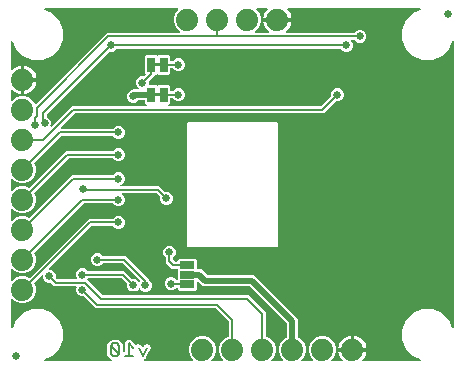
<source format=gbl>
G04 EAGLE Gerber RS-274X export*
G75*
%MOMM*%
%FSLAX34Y34*%
%LPD*%
%INBottom Copper*%
%IPPOS*%
%AMOC8*
5,1,8,0,0,1.08239X$1,22.5*%
G01*
%ADD10C,0.203200*%
%ADD11C,1.879600*%
%ADD12R,1.270000X0.635000*%
%ADD13R,0.660400X1.270000*%
%ADD14C,0.635000*%
%ADD15C,0.660400*%
%ADD16C,0.508000*%
%ADD17C,0.177800*%

G36*
X233019Y3060D02*
X233019Y3060D01*
X233090Y3062D01*
X233139Y3080D01*
X233191Y3088D01*
X233254Y3122D01*
X233321Y3147D01*
X233362Y3179D01*
X233408Y3204D01*
X233457Y3256D01*
X233513Y3300D01*
X233542Y3344D01*
X233577Y3382D01*
X233608Y3447D01*
X233646Y3507D01*
X233659Y3558D01*
X233681Y3605D01*
X233689Y3676D01*
X233707Y3746D01*
X233702Y3798D01*
X233708Y3849D01*
X233693Y3920D01*
X233687Y3991D01*
X233667Y4039D01*
X233656Y4090D01*
X233619Y4151D01*
X233591Y4217D01*
X233546Y4273D01*
X233530Y4301D01*
X233512Y4316D01*
X233486Y4348D01*
X231610Y6225D01*
X229869Y10426D01*
X229869Y14974D01*
X231610Y19175D01*
X234825Y22390D01*
X236257Y22984D01*
X236357Y23046D01*
X236457Y23105D01*
X236461Y23110D01*
X236466Y23113D01*
X236541Y23204D01*
X236617Y23292D01*
X236619Y23298D01*
X236623Y23303D01*
X236665Y23411D01*
X236709Y23520D01*
X236710Y23528D01*
X236711Y23532D01*
X236712Y23551D01*
X236727Y23687D01*
X236727Y34621D01*
X236713Y34711D01*
X236705Y34802D01*
X236693Y34831D01*
X236688Y34863D01*
X236645Y34944D01*
X236609Y35028D01*
X236583Y35060D01*
X236572Y35081D01*
X236549Y35103D01*
X236504Y35159D01*
X205339Y66324D01*
X205265Y66377D01*
X205195Y66437D01*
X205165Y66449D01*
X205139Y66468D01*
X205052Y66495D01*
X204967Y66529D01*
X204926Y66533D01*
X204904Y66540D01*
X204872Y66539D01*
X204801Y66547D01*
X165746Y66547D01*
X162082Y70211D01*
X162024Y70253D01*
X161972Y70302D01*
X161925Y70324D01*
X161883Y70354D01*
X161814Y70376D01*
X161749Y70406D01*
X161697Y70411D01*
X161647Y70427D01*
X161576Y70425D01*
X161505Y70433D01*
X161454Y70422D01*
X161402Y70420D01*
X161334Y70396D01*
X161264Y70381D01*
X161219Y70354D01*
X161171Y70336D01*
X161115Y70291D01*
X161053Y70254D01*
X161019Y70215D01*
X160979Y70182D01*
X160940Y70122D01*
X160893Y70068D01*
X160874Y70019D01*
X160846Y69975D01*
X160828Y69906D01*
X160801Y69839D01*
X160793Y69768D01*
X160785Y69737D01*
X160787Y69714D01*
X160783Y69673D01*
X160783Y64055D01*
X159592Y62864D01*
X145208Y62864D01*
X144017Y64055D01*
X144017Y64389D01*
X144014Y64409D01*
X144016Y64428D01*
X143994Y64530D01*
X143978Y64632D01*
X143968Y64649D01*
X143964Y64669D01*
X143911Y64758D01*
X143862Y64849D01*
X143848Y64863D01*
X143838Y64880D01*
X143759Y64947D01*
X143684Y65019D01*
X143666Y65027D01*
X143651Y65040D01*
X143555Y65079D01*
X143461Y65122D01*
X143441Y65124D01*
X143423Y65132D01*
X143256Y65150D01*
X142860Y65150D01*
X142770Y65136D01*
X142679Y65128D01*
X142649Y65116D01*
X142617Y65111D01*
X142537Y65068D01*
X142453Y65032D01*
X142421Y65006D01*
X142400Y64995D01*
X142378Y64972D01*
X142322Y64927D01*
X141452Y64057D01*
X139491Y63245D01*
X137369Y63245D01*
X135408Y64057D01*
X133907Y65558D01*
X133095Y67519D01*
X133095Y69641D01*
X133907Y71602D01*
X135408Y73103D01*
X137369Y73915D01*
X139491Y73915D01*
X141452Y73103D01*
X142718Y71837D01*
X142776Y71795D01*
X142828Y71745D01*
X142875Y71724D01*
X142917Y71693D01*
X142986Y71672D01*
X143051Y71642D01*
X143103Y71636D01*
X143153Y71621D01*
X143224Y71623D01*
X143295Y71615D01*
X143346Y71626D01*
X143398Y71627D01*
X143466Y71652D01*
X143536Y71667D01*
X143581Y71694D01*
X143629Y71712D01*
X143685Y71756D01*
X143747Y71793D01*
X143781Y71833D01*
X143821Y71865D01*
X143860Y71926D01*
X143907Y71980D01*
X143926Y72028D01*
X143954Y72072D01*
X143972Y72142D01*
X143999Y72208D01*
X144007Y72280D01*
X144015Y72311D01*
X144013Y72334D01*
X144017Y72375D01*
X144017Y80645D01*
X144014Y80665D01*
X144016Y80684D01*
X143994Y80786D01*
X143978Y80888D01*
X143968Y80905D01*
X143964Y80925D01*
X143911Y81014D01*
X143862Y81105D01*
X143848Y81119D01*
X143838Y81136D01*
X143759Y81203D01*
X143684Y81275D01*
X143666Y81283D01*
X143651Y81296D01*
X143555Y81335D01*
X143461Y81378D01*
X143441Y81380D01*
X143423Y81388D01*
X143256Y81406D01*
X139252Y81406D01*
X134238Y86420D01*
X134238Y90312D01*
X134224Y90402D01*
X134216Y90493D01*
X134204Y90523D01*
X134199Y90555D01*
X134156Y90635D01*
X134120Y90719D01*
X134094Y90751D01*
X134083Y90772D01*
X134060Y90794D01*
X134015Y90850D01*
X132637Y92228D01*
X131825Y94189D01*
X131825Y96311D01*
X132637Y98272D01*
X134138Y99773D01*
X136099Y100585D01*
X138221Y100585D01*
X140182Y99773D01*
X141683Y98272D01*
X142495Y96311D01*
X142495Y94189D01*
X141683Y92228D01*
X140305Y90850D01*
X140252Y90776D01*
X140192Y90707D01*
X140180Y90677D01*
X140161Y90650D01*
X140134Y90564D01*
X140100Y90479D01*
X140096Y90438D01*
X140089Y90415D01*
X140090Y90383D01*
X140082Y90312D01*
X140082Y89156D01*
X140096Y89065D01*
X140104Y88975D01*
X140116Y88945D01*
X140121Y88913D01*
X140164Y88832D01*
X140200Y88748D01*
X140226Y88716D01*
X140237Y88695D01*
X140260Y88673D01*
X140305Y88617D01*
X141449Y87473D01*
X141523Y87420D01*
X141593Y87360D01*
X141623Y87348D01*
X141649Y87329D01*
X141736Y87302D01*
X141821Y87268D01*
X141862Y87264D01*
X141884Y87257D01*
X141916Y87258D01*
X141988Y87250D01*
X143256Y87250D01*
X143276Y87253D01*
X143295Y87251D01*
X143397Y87273D01*
X143499Y87289D01*
X143516Y87299D01*
X143536Y87303D01*
X143625Y87356D01*
X143716Y87405D01*
X143730Y87419D01*
X143747Y87429D01*
X143814Y87508D01*
X143886Y87583D01*
X143894Y87601D01*
X143907Y87616D01*
X143946Y87712D01*
X143989Y87806D01*
X143991Y87826D01*
X143999Y87844D01*
X144017Y88011D01*
X144017Y88345D01*
X145208Y89536D01*
X159592Y89536D01*
X160783Y88345D01*
X160783Y81534D01*
X160786Y81514D01*
X160784Y81495D01*
X160806Y81393D01*
X160822Y81291D01*
X160832Y81274D01*
X160836Y81254D01*
X160889Y81165D01*
X160938Y81074D01*
X160952Y81060D01*
X160962Y81043D01*
X161041Y80976D01*
X161116Y80904D01*
X161134Y80896D01*
X161149Y80883D01*
X161245Y80844D01*
X161339Y80801D01*
X161359Y80799D01*
X161377Y80791D01*
X161544Y80773D01*
X164454Y80773D01*
X169311Y75916D01*
X169385Y75863D01*
X169455Y75803D01*
X169485Y75791D01*
X169511Y75772D01*
X169598Y75745D01*
X169683Y75711D01*
X169724Y75707D01*
X169746Y75700D01*
X169778Y75701D01*
X169849Y75693D01*
X208904Y75693D01*
X245873Y38724D01*
X245873Y23687D01*
X245892Y23572D01*
X245909Y23456D01*
X245911Y23451D01*
X245912Y23444D01*
X245967Y23342D01*
X246020Y23237D01*
X246025Y23232D01*
X246028Y23227D01*
X246112Y23147D01*
X246196Y23065D01*
X246202Y23061D01*
X246206Y23058D01*
X246223Y23050D01*
X246343Y22984D01*
X247775Y22390D01*
X250990Y19175D01*
X252731Y14974D01*
X252731Y10426D01*
X250990Y6225D01*
X249114Y4348D01*
X249072Y4290D01*
X249023Y4238D01*
X249001Y4191D01*
X248970Y4149D01*
X248949Y4080D01*
X248919Y4015D01*
X248913Y3963D01*
X248898Y3913D01*
X248900Y3842D01*
X248892Y3771D01*
X248903Y3720D01*
X248904Y3668D01*
X248929Y3600D01*
X248944Y3530D01*
X248971Y3485D01*
X248989Y3437D01*
X249034Y3381D01*
X249070Y3319D01*
X249110Y3285D01*
X249142Y3245D01*
X249203Y3206D01*
X249257Y3159D01*
X249305Y3140D01*
X249349Y3112D01*
X249419Y3094D01*
X249485Y3067D01*
X249557Y3059D01*
X249588Y3051D01*
X249611Y3053D01*
X249652Y3049D01*
X258348Y3049D01*
X258419Y3060D01*
X258490Y3062D01*
X258539Y3080D01*
X258591Y3088D01*
X258654Y3122D01*
X258721Y3147D01*
X258762Y3179D01*
X258808Y3204D01*
X258857Y3256D01*
X258913Y3300D01*
X258942Y3344D01*
X258977Y3382D01*
X259008Y3447D01*
X259046Y3507D01*
X259059Y3558D01*
X259081Y3605D01*
X259089Y3676D01*
X259107Y3746D01*
X259102Y3798D01*
X259108Y3849D01*
X259093Y3920D01*
X259087Y3991D01*
X259067Y4039D01*
X259056Y4090D01*
X259019Y4151D01*
X258991Y4217D01*
X258946Y4273D01*
X258930Y4301D01*
X258912Y4316D01*
X258886Y4348D01*
X257010Y6225D01*
X255269Y10426D01*
X255269Y14974D01*
X257010Y19175D01*
X260225Y22390D01*
X264426Y24131D01*
X268974Y24131D01*
X273175Y22390D01*
X276390Y19175D01*
X278131Y14974D01*
X278131Y10426D01*
X276390Y6225D01*
X274514Y4348D01*
X274472Y4290D01*
X274423Y4238D01*
X274401Y4191D01*
X274370Y4149D01*
X274349Y4080D01*
X274319Y4015D01*
X274313Y3963D01*
X274298Y3913D01*
X274300Y3842D01*
X274292Y3771D01*
X274303Y3720D01*
X274304Y3668D01*
X274329Y3600D01*
X274344Y3530D01*
X274371Y3485D01*
X274389Y3437D01*
X274434Y3381D01*
X274470Y3319D01*
X274510Y3285D01*
X274542Y3245D01*
X274603Y3206D01*
X274657Y3159D01*
X274705Y3140D01*
X274749Y3112D01*
X274819Y3094D01*
X274885Y3067D01*
X274957Y3059D01*
X274988Y3051D01*
X275011Y3053D01*
X275052Y3049D01*
X283030Y3049D01*
X283100Y3060D01*
X283172Y3062D01*
X283221Y3080D01*
X283272Y3088D01*
X283336Y3122D01*
X283403Y3147D01*
X283444Y3179D01*
X283490Y3204D01*
X283539Y3255D01*
X283595Y3300D01*
X283623Y3344D01*
X283659Y3382D01*
X283689Y3447D01*
X283728Y3507D01*
X283741Y3558D01*
X283763Y3605D01*
X283771Y3676D01*
X283788Y3746D01*
X283784Y3798D01*
X283790Y3849D01*
X283775Y3920D01*
X283769Y3991D01*
X283749Y4039D01*
X283738Y4090D01*
X283701Y4151D01*
X283673Y4217D01*
X283628Y4273D01*
X283611Y4301D01*
X283594Y4316D01*
X283568Y4348D01*
X282994Y4922D01*
X281889Y6443D01*
X281036Y8117D01*
X280455Y9904D01*
X280254Y11177D01*
X291338Y11177D01*
X291358Y11180D01*
X291377Y11178D01*
X291479Y11200D01*
X291581Y11217D01*
X291598Y11226D01*
X291618Y11230D01*
X291707Y11283D01*
X291798Y11332D01*
X291812Y11346D01*
X291829Y11356D01*
X291896Y11435D01*
X291967Y11510D01*
X291976Y11528D01*
X291989Y11543D01*
X292027Y11639D01*
X292071Y11733D01*
X292073Y11753D01*
X292081Y11771D01*
X292099Y11938D01*
X292099Y12701D01*
X292101Y12701D01*
X292101Y11938D01*
X292104Y11918D01*
X292102Y11899D01*
X292124Y11797D01*
X292141Y11695D01*
X292150Y11678D01*
X292154Y11658D01*
X292207Y11569D01*
X292256Y11478D01*
X292270Y11464D01*
X292280Y11447D01*
X292359Y11380D01*
X292434Y11309D01*
X292452Y11300D01*
X292467Y11287D01*
X292563Y11248D01*
X292657Y11205D01*
X292677Y11203D01*
X292695Y11195D01*
X292862Y11177D01*
X303946Y11177D01*
X303745Y9904D01*
X303164Y8117D01*
X302311Y6443D01*
X301206Y4922D01*
X300632Y4348D01*
X300590Y4290D01*
X300541Y4238D01*
X300519Y4191D01*
X300489Y4149D01*
X300468Y4080D01*
X300437Y4015D01*
X300432Y3963D01*
X300416Y3913D01*
X300418Y3842D01*
X300410Y3771D01*
X300421Y3720D01*
X300423Y3668D01*
X300447Y3600D01*
X300462Y3530D01*
X300489Y3485D01*
X300507Y3437D01*
X300552Y3381D01*
X300589Y3319D01*
X300628Y3285D01*
X300661Y3245D01*
X300721Y3206D01*
X300776Y3159D01*
X300824Y3140D01*
X300868Y3112D01*
X300937Y3094D01*
X301004Y3067D01*
X301075Y3059D01*
X301106Y3051D01*
X301130Y3053D01*
X301170Y3049D01*
X349314Y3049D01*
X349410Y3064D01*
X349507Y3074D01*
X349531Y3084D01*
X349557Y3088D01*
X349643Y3134D01*
X349732Y3174D01*
X349751Y3191D01*
X349775Y3204D01*
X349841Y3274D01*
X349913Y3340D01*
X349926Y3363D01*
X349944Y3382D01*
X349985Y3470D01*
X350032Y3556D01*
X350037Y3581D01*
X350048Y3605D01*
X350058Y3702D01*
X350076Y3798D01*
X350072Y3824D01*
X350075Y3849D01*
X350054Y3945D01*
X350040Y4041D01*
X350028Y4064D01*
X350022Y4090D01*
X349972Y4173D01*
X349928Y4260D01*
X349910Y4279D01*
X349896Y4301D01*
X349822Y4364D01*
X349753Y4432D01*
X349724Y4448D01*
X349709Y4461D01*
X349679Y4473D01*
X349606Y4513D01*
X343370Y7096D01*
X337296Y13170D01*
X334009Y21105D01*
X334009Y29695D01*
X337296Y37630D01*
X343370Y43704D01*
X351305Y46991D01*
X359895Y46991D01*
X367830Y43704D01*
X373904Y37630D01*
X376487Y31394D01*
X376538Y31311D01*
X376584Y31225D01*
X376603Y31207D01*
X376616Y31185D01*
X376691Y31123D01*
X376762Y31056D01*
X376786Y31045D01*
X376806Y31028D01*
X376897Y30993D01*
X376985Y30952D01*
X377011Y30950D01*
X377035Y30940D01*
X377133Y30936D01*
X377229Y30925D01*
X377255Y30931D01*
X377281Y30930D01*
X377375Y30957D01*
X377470Y30978D01*
X377492Y30991D01*
X377517Y30998D01*
X377597Y31054D01*
X377681Y31104D01*
X377698Y31124D01*
X377719Y31139D01*
X377778Y31217D01*
X377841Y31291D01*
X377851Y31315D01*
X377866Y31336D01*
X377896Y31428D01*
X377933Y31519D01*
X377936Y31551D01*
X377942Y31570D01*
X377942Y31603D01*
X377951Y31686D01*
X377951Y273114D01*
X377936Y273210D01*
X377926Y273307D01*
X377916Y273331D01*
X377912Y273357D01*
X377866Y273443D01*
X377826Y273532D01*
X377809Y273551D01*
X377796Y273575D01*
X377726Y273641D01*
X377660Y273713D01*
X377637Y273726D01*
X377618Y273744D01*
X377530Y273785D01*
X377444Y273832D01*
X377419Y273837D01*
X377395Y273848D01*
X377298Y273858D01*
X377202Y273876D01*
X377176Y273872D01*
X377151Y273875D01*
X377055Y273854D01*
X376959Y273840D01*
X376936Y273828D01*
X376910Y273822D01*
X376827Y273772D01*
X376740Y273728D01*
X376721Y273710D01*
X376699Y273696D01*
X376636Y273622D01*
X376568Y273553D01*
X376552Y273524D01*
X376539Y273509D01*
X376527Y273479D01*
X376487Y273406D01*
X373904Y267170D01*
X367830Y261096D01*
X359895Y257809D01*
X351305Y257809D01*
X343370Y261096D01*
X337296Y267170D01*
X334009Y275105D01*
X334009Y283695D01*
X337296Y291630D01*
X343370Y297704D01*
X349606Y300287D01*
X349689Y300338D01*
X349775Y300384D01*
X349793Y300403D01*
X349815Y300416D01*
X349877Y300491D01*
X349944Y300562D01*
X349955Y300586D01*
X349972Y300606D01*
X350006Y300697D01*
X350048Y300785D01*
X350050Y300811D01*
X350060Y300835D01*
X350064Y300933D01*
X350075Y301029D01*
X350069Y301055D01*
X350070Y301081D01*
X350043Y301175D01*
X350022Y301270D01*
X350009Y301292D01*
X350002Y301317D01*
X349946Y301397D01*
X349896Y301481D01*
X349876Y301498D01*
X349861Y301519D01*
X349783Y301578D01*
X349709Y301641D01*
X349685Y301651D01*
X349664Y301666D01*
X349572Y301696D01*
X349481Y301733D01*
X349449Y301736D01*
X349430Y301742D01*
X349397Y301742D01*
X349314Y301751D01*
X237670Y301751D01*
X237600Y301740D01*
X237528Y301738D01*
X237479Y301720D01*
X237428Y301712D01*
X237364Y301678D01*
X237297Y301653D01*
X237256Y301621D01*
X237210Y301596D01*
X237161Y301545D01*
X237105Y301500D01*
X237077Y301456D01*
X237041Y301418D01*
X237011Y301353D01*
X236972Y301293D01*
X236959Y301242D01*
X236937Y301195D01*
X236929Y301124D01*
X236912Y301054D01*
X236916Y301002D01*
X236910Y300951D01*
X236925Y300880D01*
X236931Y300809D01*
X236951Y300761D01*
X236962Y300710D01*
X236999Y300649D01*
X237027Y300583D01*
X237072Y300527D01*
X237089Y300499D01*
X237106Y300484D01*
X237132Y300452D01*
X237706Y299878D01*
X238811Y298357D01*
X239664Y296683D01*
X240245Y294896D01*
X240446Y293623D01*
X229362Y293623D01*
X229342Y293620D01*
X229323Y293622D01*
X229221Y293600D01*
X229119Y293583D01*
X229102Y293574D01*
X229082Y293570D01*
X228993Y293517D01*
X228902Y293468D01*
X228888Y293454D01*
X228871Y293444D01*
X228804Y293365D01*
X228733Y293290D01*
X228724Y293272D01*
X228711Y293257D01*
X228673Y293161D01*
X228629Y293067D01*
X228627Y293047D01*
X228619Y293029D01*
X228601Y292862D01*
X228601Y291338D01*
X228604Y291318D01*
X228602Y291299D01*
X228624Y291197D01*
X228641Y291095D01*
X228650Y291078D01*
X228654Y291058D01*
X228707Y290969D01*
X228756Y290878D01*
X228770Y290864D01*
X228780Y290847D01*
X228859Y290780D01*
X228934Y290709D01*
X228952Y290700D01*
X228967Y290687D01*
X229063Y290648D01*
X229157Y290605D01*
X229177Y290603D01*
X229195Y290595D01*
X229362Y290577D01*
X240446Y290577D01*
X240245Y289304D01*
X239664Y287517D01*
X238811Y285843D01*
X237706Y284322D01*
X236378Y282994D01*
X235600Y282429D01*
X235595Y282423D01*
X235588Y282419D01*
X235508Y282336D01*
X235427Y282254D01*
X235424Y282247D01*
X235418Y282241D01*
X235370Y282137D01*
X235319Y282033D01*
X235318Y282025D01*
X235315Y282018D01*
X235302Y281903D01*
X235287Y281789D01*
X235288Y281781D01*
X235287Y281774D01*
X235312Y281661D01*
X235334Y281548D01*
X235338Y281541D01*
X235340Y281533D01*
X235399Y281435D01*
X235456Y281334D01*
X235462Y281329D01*
X235466Y281322D01*
X235553Y281247D01*
X235639Y281170D01*
X235647Y281167D01*
X235653Y281162D01*
X235760Y281119D01*
X235866Y281074D01*
X235873Y281073D01*
X235881Y281070D01*
X236048Y281052D01*
X293512Y281052D01*
X293602Y281066D01*
X293693Y281074D01*
X293723Y281086D01*
X293755Y281091D01*
X293835Y281134D01*
X293919Y281170D01*
X293951Y281196D01*
X293972Y281207D01*
X293994Y281230D01*
X294050Y281275D01*
X295428Y282653D01*
X297389Y283465D01*
X299511Y283465D01*
X301472Y282653D01*
X302973Y281152D01*
X303785Y279191D01*
X303785Y277069D01*
X302973Y275108D01*
X301472Y273607D01*
X299511Y272795D01*
X297389Y272795D01*
X295428Y273607D01*
X294050Y274985D01*
X293976Y275038D01*
X293907Y275098D01*
X293877Y275110D01*
X293850Y275129D01*
X293764Y275156D01*
X293679Y275190D01*
X293638Y275194D01*
X293615Y275201D01*
X293583Y275200D01*
X293512Y275208D01*
X291704Y275208D01*
X291633Y275197D01*
X291562Y275195D01*
X291513Y275177D01*
X291461Y275169D01*
X291398Y275135D01*
X291331Y275110D01*
X291290Y275078D01*
X291244Y275053D01*
X291194Y275001D01*
X291139Y274957D01*
X291110Y274913D01*
X291074Y274875D01*
X291044Y274810D01*
X291006Y274750D01*
X290993Y274699D01*
X290971Y274652D01*
X290963Y274581D01*
X290945Y274511D01*
X290950Y274459D01*
X290944Y274408D01*
X290959Y274337D01*
X290965Y274266D01*
X290985Y274218D01*
X290996Y274167D01*
X291033Y274106D01*
X291061Y274040D01*
X291106Y273984D01*
X291122Y273956D01*
X291140Y273941D01*
X291166Y273909D01*
X291543Y273532D01*
X292355Y271571D01*
X292355Y269449D01*
X291543Y267488D01*
X290042Y265987D01*
X288081Y265175D01*
X285959Y265175D01*
X283998Y265987D01*
X282620Y267365D01*
X282546Y267418D01*
X282477Y267478D01*
X282447Y267490D01*
X282420Y267509D01*
X282334Y267536D01*
X282249Y267570D01*
X282208Y267574D01*
X282185Y267581D01*
X282153Y267580D01*
X282082Y267588D01*
X92568Y267588D01*
X92478Y267574D01*
X92387Y267566D01*
X92357Y267554D01*
X92325Y267549D01*
X92245Y267506D01*
X92161Y267470D01*
X92129Y267444D01*
X92108Y267433D01*
X92086Y267410D01*
X92030Y267365D01*
X90652Y265987D01*
X88691Y265175D01*
X86743Y265175D01*
X86652Y265161D01*
X86562Y265153D01*
X86532Y265141D01*
X86500Y265136D01*
X86419Y265093D01*
X86335Y265057D01*
X86303Y265031D01*
X86282Y265020D01*
X86260Y264997D01*
X86204Y264952D01*
X33625Y212373D01*
X33572Y212299D01*
X33512Y212229D01*
X33500Y212199D01*
X33481Y212173D01*
X33454Y212086D01*
X33420Y212001D01*
X33416Y211960D01*
X33409Y211938D01*
X33410Y211906D01*
X33402Y211834D01*
X33402Y209911D01*
X33421Y209797D01*
X33438Y209680D01*
X33440Y209675D01*
X33441Y209669D01*
X33496Y209566D01*
X33549Y209461D01*
X33554Y209457D01*
X33557Y209451D01*
X33641Y209371D01*
X33725Y209289D01*
X33731Y209285D01*
X33735Y209282D01*
X33752Y209274D01*
X33872Y209208D01*
X34392Y208993D01*
X35893Y207492D01*
X36705Y205531D01*
X36705Y203409D01*
X36365Y202588D01*
X36342Y202493D01*
X36314Y202400D01*
X36314Y202374D01*
X36308Y202348D01*
X36318Y202252D01*
X36320Y202154D01*
X36329Y202129D01*
X36332Y202103D01*
X36371Y202015D01*
X36405Y201923D01*
X36421Y201903D01*
X36431Y201879D01*
X36497Y201807D01*
X36558Y201731D01*
X36580Y201717D01*
X36598Y201698D01*
X36683Y201651D01*
X36765Y201598D01*
X36791Y201592D01*
X36813Y201579D01*
X36909Y201562D01*
X37004Y201538D01*
X37030Y201540D01*
X37055Y201535D01*
X37152Y201549D01*
X37249Y201557D01*
X37273Y201567D01*
X37299Y201571D01*
X37386Y201615D01*
X37475Y201653D01*
X37501Y201674D01*
X37518Y201683D01*
X37541Y201706D01*
X37606Y201758D01*
X54670Y218822D01*
X117207Y218822D01*
X117277Y218833D01*
X117349Y218835D01*
X117398Y218853D01*
X117449Y218861D01*
X117513Y218895D01*
X117580Y218920D01*
X117621Y218952D01*
X117667Y218977D01*
X117716Y219029D01*
X117772Y219073D01*
X117800Y219117D01*
X117836Y219155D01*
X117866Y219220D01*
X117905Y219280D01*
X117918Y219331D01*
X117940Y219378D01*
X117948Y219449D01*
X117965Y219519D01*
X117961Y219571D01*
X117967Y219622D01*
X117952Y219693D01*
X117946Y219764D01*
X117926Y219812D01*
X117915Y219863D01*
X117878Y219924D01*
X117850Y219990D01*
X117805Y220046D01*
X117789Y220074D01*
X117771Y220089D01*
X117745Y220121D01*
X116458Y221408D01*
X116458Y223266D01*
X116455Y223286D01*
X116457Y223305D01*
X116435Y223407D01*
X116419Y223509D01*
X116409Y223526D01*
X116405Y223546D01*
X116352Y223635D01*
X116303Y223726D01*
X116289Y223740D01*
X116279Y223757D01*
X116200Y223824D01*
X116125Y223896D01*
X116107Y223904D01*
X116092Y223917D01*
X115996Y223956D01*
X115902Y223999D01*
X115882Y224001D01*
X115864Y224009D01*
X115697Y224027D01*
X111237Y224027D01*
X111147Y224013D01*
X111056Y224005D01*
X111026Y223993D01*
X110994Y223988D01*
X110914Y223945D01*
X110830Y223909D01*
X110798Y223883D01*
X110777Y223872D01*
X110755Y223849D01*
X110699Y223804D01*
X109622Y222727D01*
X107661Y221915D01*
X105539Y221915D01*
X103578Y222727D01*
X102077Y224228D01*
X101265Y226189D01*
X101265Y228311D01*
X102077Y230272D01*
X103578Y231773D01*
X105278Y232477D01*
X105334Y232511D01*
X105394Y232537D01*
X105459Y232589D01*
X105487Y232606D01*
X105499Y232621D01*
X105525Y232642D01*
X106056Y233173D01*
X110505Y233173D01*
X110576Y233184D01*
X110647Y233186D01*
X110696Y233204D01*
X110748Y233212D01*
X110811Y233246D01*
X110878Y233271D01*
X110919Y233303D01*
X110965Y233328D01*
X111014Y233380D01*
X111070Y233424D01*
X111099Y233468D01*
X111135Y233506D01*
X111165Y233571D01*
X111203Y233631D01*
X111216Y233682D01*
X111238Y233729D01*
X111246Y233800D01*
X111264Y233870D01*
X111259Y233922D01*
X111265Y233973D01*
X111250Y234044D01*
X111244Y234115D01*
X111224Y234163D01*
X111213Y234214D01*
X111176Y234275D01*
X111148Y234341D01*
X111103Y234397D01*
X111087Y234425D01*
X111069Y234440D01*
X111043Y234472D01*
X109777Y235738D01*
X108965Y237699D01*
X108965Y239821D01*
X109777Y241782D01*
X111278Y243283D01*
X113239Y244095D01*
X115187Y244095D01*
X115277Y244109D01*
X115368Y244117D01*
X115398Y244129D01*
X115430Y244134D01*
X115511Y244177D01*
X115595Y244213D01*
X115627Y244239D01*
X115648Y244250D01*
X115670Y244273D01*
X115726Y244318D01*
X116799Y245391D01*
X116811Y245407D01*
X116826Y245419D01*
X116882Y245506D01*
X116942Y245591D01*
X116948Y245610D01*
X116959Y245626D01*
X116984Y245727D01*
X117015Y245826D01*
X117014Y245846D01*
X117019Y245865D01*
X117011Y245968D01*
X117008Y246072D01*
X117002Y246090D01*
X117000Y246110D01*
X116960Y246205D01*
X116924Y246303D01*
X116911Y246318D01*
X116904Y246336D01*
X116799Y246467D01*
X116458Y246808D01*
X116458Y261192D01*
X117649Y262383D01*
X125937Y262383D01*
X126462Y261858D01*
X126478Y261846D01*
X126490Y261831D01*
X126578Y261775D01*
X126661Y261714D01*
X126680Y261709D01*
X126697Y261698D01*
X126798Y261673D01*
X126897Y261642D01*
X126916Y261643D01*
X126936Y261638D01*
X127039Y261646D01*
X127142Y261648D01*
X127161Y261655D01*
X127181Y261657D01*
X127276Y261697D01*
X127373Y261733D01*
X127389Y261745D01*
X127407Y261753D01*
X127538Y261858D01*
X128063Y262383D01*
X136351Y262383D01*
X137542Y261192D01*
X137542Y257683D01*
X137545Y257663D01*
X137543Y257644D01*
X137565Y257542D01*
X137581Y257440D01*
X137591Y257423D01*
X137595Y257403D01*
X137648Y257314D01*
X137697Y257223D01*
X137711Y257209D01*
X137721Y257192D01*
X137800Y257125D01*
X137875Y257053D01*
X137893Y257045D01*
X137908Y257032D01*
X138004Y256993D01*
X138098Y256950D01*
X138118Y256948D01*
X138136Y256940D01*
X138303Y256922D01*
X139842Y256922D01*
X139932Y256936D01*
X140023Y256944D01*
X140053Y256956D01*
X140085Y256961D01*
X140165Y257004D01*
X140249Y257040D01*
X140281Y257066D01*
X140302Y257077D01*
X140324Y257100D01*
X140380Y257145D01*
X141758Y258523D01*
X143719Y259335D01*
X145841Y259335D01*
X147802Y258523D01*
X149303Y257022D01*
X150115Y255061D01*
X150115Y252939D01*
X149303Y250978D01*
X147802Y249477D01*
X145841Y248665D01*
X143719Y248665D01*
X141758Y249477D01*
X140380Y250855D01*
X140306Y250908D01*
X140237Y250968D01*
X140207Y250980D01*
X140180Y250999D01*
X140094Y251026D01*
X140009Y251060D01*
X139968Y251064D01*
X139945Y251071D01*
X139913Y251070D01*
X139842Y251078D01*
X138303Y251078D01*
X138283Y251075D01*
X138264Y251077D01*
X138162Y251055D01*
X138060Y251039D01*
X138043Y251029D01*
X138023Y251025D01*
X137934Y250972D01*
X137843Y250923D01*
X137829Y250909D01*
X137812Y250899D01*
X137745Y250820D01*
X137673Y250745D01*
X137665Y250727D01*
X137652Y250712D01*
X137613Y250616D01*
X137570Y250522D01*
X137568Y250502D01*
X137560Y250484D01*
X137542Y250317D01*
X137542Y246808D01*
X136351Y245617D01*
X128063Y245617D01*
X127538Y246142D01*
X127522Y246154D01*
X127510Y246169D01*
X127422Y246225D01*
X127339Y246286D01*
X127320Y246291D01*
X127303Y246302D01*
X127202Y246327D01*
X127103Y246358D01*
X127084Y246357D01*
X127064Y246362D01*
X126961Y246354D01*
X126858Y246352D01*
X126839Y246345D01*
X126819Y246343D01*
X126724Y246303D01*
X126627Y246267D01*
X126611Y246255D01*
X126593Y246247D01*
X126462Y246142D01*
X125937Y245617D01*
X125476Y245617D01*
X125456Y245614D01*
X125437Y245616D01*
X125335Y245594D01*
X125233Y245578D01*
X125216Y245568D01*
X125196Y245564D01*
X125107Y245511D01*
X125016Y245462D01*
X125002Y245448D01*
X124985Y245438D01*
X124918Y245359D01*
X124846Y245284D01*
X124838Y245266D01*
X124825Y245251D01*
X124786Y245155D01*
X124751Y245079D01*
X119858Y240186D01*
X119805Y240112D01*
X119745Y240042D01*
X119733Y240012D01*
X119714Y239986D01*
X119687Y239899D01*
X119653Y239814D01*
X119649Y239773D01*
X119642Y239751D01*
X119643Y239719D01*
X119635Y239647D01*
X119635Y237744D01*
X119638Y237724D01*
X119636Y237705D01*
X119658Y237603D01*
X119674Y237501D01*
X119684Y237484D01*
X119688Y237464D01*
X119741Y237375D01*
X119790Y237284D01*
X119804Y237270D01*
X119814Y237253D01*
X119893Y237186D01*
X119968Y237114D01*
X119986Y237106D01*
X120001Y237093D01*
X120097Y237054D01*
X120191Y237011D01*
X120211Y237009D01*
X120229Y237001D01*
X120396Y236983D01*
X125937Y236983D01*
X126462Y236458D01*
X126478Y236446D01*
X126490Y236431D01*
X126578Y236375D01*
X126661Y236314D01*
X126680Y236309D01*
X126697Y236298D01*
X126798Y236273D01*
X126897Y236242D01*
X126916Y236243D01*
X126936Y236238D01*
X127039Y236246D01*
X127142Y236248D01*
X127161Y236255D01*
X127181Y236257D01*
X127276Y236297D01*
X127373Y236333D01*
X127389Y236345D01*
X127407Y236353D01*
X127538Y236458D01*
X128063Y236983D01*
X136351Y236983D01*
X137542Y235792D01*
X137542Y232283D01*
X137545Y232263D01*
X137543Y232244D01*
X137565Y232142D01*
X137581Y232040D01*
X137591Y232023D01*
X137595Y232003D01*
X137648Y231914D01*
X137697Y231823D01*
X137711Y231809D01*
X137721Y231792D01*
X137800Y231725D01*
X137875Y231653D01*
X137893Y231645D01*
X137908Y231632D01*
X138004Y231593D01*
X138098Y231550D01*
X138118Y231548D01*
X138136Y231540D01*
X138303Y231522D01*
X139842Y231522D01*
X139932Y231536D01*
X140023Y231544D01*
X140053Y231556D01*
X140085Y231561D01*
X140165Y231604D01*
X140249Y231640D01*
X140281Y231666D01*
X140302Y231677D01*
X140324Y231700D01*
X140380Y231745D01*
X141758Y233123D01*
X143719Y233935D01*
X145841Y233935D01*
X147802Y233123D01*
X149303Y231622D01*
X150115Y229661D01*
X150115Y227539D01*
X149303Y225578D01*
X147802Y224077D01*
X145841Y223265D01*
X143719Y223265D01*
X141758Y224077D01*
X140380Y225455D01*
X140306Y225508D01*
X140237Y225568D01*
X140207Y225580D01*
X140180Y225599D01*
X140094Y225626D01*
X140009Y225660D01*
X139968Y225664D01*
X139945Y225671D01*
X139913Y225670D01*
X139842Y225678D01*
X138303Y225678D01*
X138283Y225675D01*
X138264Y225677D01*
X138162Y225655D01*
X138060Y225639D01*
X138043Y225629D01*
X138023Y225625D01*
X137934Y225572D01*
X137843Y225523D01*
X137829Y225509D01*
X137812Y225499D01*
X137745Y225420D01*
X137673Y225345D01*
X137665Y225327D01*
X137652Y225312D01*
X137613Y225216D01*
X137570Y225122D01*
X137568Y225102D01*
X137560Y225084D01*
X137542Y224917D01*
X137542Y221408D01*
X136255Y220121D01*
X136213Y220063D01*
X136164Y220011D01*
X136142Y219964D01*
X136111Y219922D01*
X136090Y219853D01*
X136060Y219788D01*
X136054Y219736D01*
X136039Y219686D01*
X136041Y219615D01*
X136033Y219544D01*
X136044Y219493D01*
X136045Y219441D01*
X136070Y219373D01*
X136085Y219303D01*
X136112Y219258D01*
X136130Y219210D01*
X136175Y219154D01*
X136211Y219092D01*
X136251Y219058D01*
X136284Y219018D01*
X136344Y218979D01*
X136398Y218932D01*
X136447Y218913D01*
X136491Y218885D01*
X136560Y218867D01*
X136627Y218840D01*
X136698Y218832D01*
X136729Y218824D01*
X136752Y218826D01*
X136793Y218822D01*
X265174Y218822D01*
X265265Y218836D01*
X265355Y218844D01*
X265385Y218856D01*
X265417Y218861D01*
X265498Y218904D01*
X265582Y218940D01*
X265614Y218966D01*
X265635Y218977D01*
X265657Y219000D01*
X265713Y219045D01*
X273842Y227174D01*
X273895Y227248D01*
X273955Y227318D01*
X273967Y227348D01*
X273986Y227374D01*
X274013Y227461D01*
X274047Y227546D01*
X274051Y227587D01*
X274058Y227609D01*
X274057Y227641D01*
X274065Y227713D01*
X274065Y229661D01*
X274877Y231622D01*
X276378Y233123D01*
X278339Y233935D01*
X280461Y233935D01*
X282422Y233123D01*
X283923Y231622D01*
X284735Y229661D01*
X284735Y227539D01*
X283923Y225578D01*
X282422Y224077D01*
X280461Y223265D01*
X278513Y223265D01*
X278422Y223251D01*
X278332Y223243D01*
X278302Y223231D01*
X278270Y223226D01*
X278189Y223183D01*
X278105Y223147D01*
X278073Y223121D01*
X278052Y223110D01*
X278030Y223087D01*
X277974Y223042D01*
X269845Y214913D01*
X267910Y212978D01*
X57406Y212978D01*
X57315Y212964D01*
X57225Y212956D01*
X57195Y212944D01*
X57163Y212939D01*
X57082Y212896D01*
X56998Y212860D01*
X56966Y212834D01*
X56945Y212823D01*
X56923Y212800D01*
X56867Y212755D01*
X45183Y201071D01*
X45141Y201013D01*
X45092Y200961D01*
X45070Y200914D01*
X45040Y200872D01*
X45019Y200803D01*
X44988Y200738D01*
X44983Y200686D01*
X44967Y200636D01*
X44969Y200565D01*
X44961Y200494D01*
X44972Y200443D01*
X44974Y200391D01*
X44998Y200323D01*
X45014Y200253D01*
X45040Y200208D01*
X45058Y200160D01*
X45103Y200104D01*
X45140Y200042D01*
X45179Y200008D01*
X45212Y199968D01*
X45272Y199929D01*
X45327Y199882D01*
X45375Y199863D01*
X45419Y199835D01*
X45488Y199817D01*
X45555Y199790D01*
X45626Y199782D01*
X45657Y199774D01*
X45681Y199776D01*
X45721Y199772D01*
X89042Y199772D01*
X89132Y199786D01*
X89223Y199794D01*
X89253Y199806D01*
X89285Y199811D01*
X89365Y199854D01*
X89449Y199890D01*
X89481Y199916D01*
X89502Y199927D01*
X89524Y199950D01*
X89580Y199995D01*
X90958Y201373D01*
X92919Y202185D01*
X95041Y202185D01*
X97002Y201373D01*
X98503Y199872D01*
X99315Y197911D01*
X99315Y195789D01*
X98503Y193828D01*
X97002Y192327D01*
X95041Y191515D01*
X92919Y191515D01*
X90958Y192327D01*
X89580Y193705D01*
X89506Y193758D01*
X89437Y193818D01*
X89407Y193830D01*
X89380Y193849D01*
X89294Y193876D01*
X89209Y193910D01*
X89168Y193914D01*
X89145Y193921D01*
X89113Y193920D01*
X89042Y193928D01*
X45976Y193928D01*
X45885Y193914D01*
X45795Y193906D01*
X45765Y193894D01*
X45733Y193889D01*
X45652Y193846D01*
X45568Y193810D01*
X45536Y193784D01*
X45515Y193773D01*
X45493Y193750D01*
X45437Y193705D01*
X23019Y171287D01*
X22951Y171193D01*
X22881Y171098D01*
X22879Y171092D01*
X22875Y171087D01*
X22841Y170976D01*
X22804Y170864D01*
X22805Y170858D01*
X22803Y170852D01*
X22806Y170735D01*
X22807Y170618D01*
X22809Y170611D01*
X22809Y170606D01*
X22815Y170589D01*
X22854Y170457D01*
X24131Y167374D01*
X24131Y162826D01*
X22390Y158625D01*
X19175Y155410D01*
X14974Y153669D01*
X10426Y153669D01*
X6225Y155410D01*
X4348Y157286D01*
X4290Y157328D01*
X4238Y157377D01*
X4191Y157399D01*
X4149Y157430D01*
X4080Y157451D01*
X4015Y157481D01*
X3963Y157487D01*
X3913Y157502D01*
X3842Y157500D01*
X3771Y157508D01*
X3720Y157497D01*
X3668Y157496D01*
X3600Y157471D01*
X3530Y157456D01*
X3485Y157429D01*
X3437Y157411D01*
X3381Y157366D01*
X3319Y157330D01*
X3285Y157290D01*
X3245Y157258D01*
X3206Y157197D01*
X3159Y157143D01*
X3140Y157095D01*
X3112Y157051D01*
X3094Y156981D01*
X3067Y156915D01*
X3059Y156843D01*
X3051Y156812D01*
X3053Y156789D01*
X3049Y156748D01*
X3049Y148052D01*
X3060Y147981D01*
X3062Y147910D01*
X3080Y147861D01*
X3088Y147809D01*
X3122Y147746D01*
X3147Y147679D01*
X3179Y147638D01*
X3204Y147592D01*
X3256Y147543D01*
X3300Y147487D01*
X3344Y147458D01*
X3382Y147423D01*
X3447Y147392D01*
X3507Y147354D01*
X3558Y147341D01*
X3605Y147319D01*
X3676Y147311D01*
X3746Y147293D01*
X3798Y147298D01*
X3849Y147292D01*
X3920Y147307D01*
X3991Y147313D01*
X4039Y147333D01*
X4090Y147344D01*
X4151Y147381D01*
X4217Y147409D01*
X4273Y147454D01*
X4301Y147470D01*
X4316Y147488D01*
X4348Y147514D01*
X6225Y149390D01*
X10426Y151131D01*
X14974Y151131D01*
X18057Y149854D01*
X18171Y149827D01*
X18284Y149798D01*
X18290Y149799D01*
X18297Y149797D01*
X18413Y149808D01*
X18529Y149817D01*
X18535Y149820D01*
X18541Y149820D01*
X18649Y149868D01*
X18756Y149914D01*
X18762Y149918D01*
X18766Y149920D01*
X18780Y149933D01*
X18887Y150019D01*
X49590Y180722D01*
X89042Y180722D01*
X89132Y180736D01*
X89223Y180744D01*
X89253Y180756D01*
X89285Y180761D01*
X89365Y180804D01*
X89449Y180840D01*
X89481Y180866D01*
X89502Y180877D01*
X89524Y180900D01*
X89580Y180945D01*
X90958Y182323D01*
X92919Y183135D01*
X95041Y183135D01*
X97002Y182323D01*
X98503Y180822D01*
X99315Y178861D01*
X99315Y176739D01*
X98503Y174778D01*
X97002Y173277D01*
X95041Y172465D01*
X92919Y172465D01*
X90958Y173277D01*
X89580Y174655D01*
X89506Y174708D01*
X89437Y174768D01*
X89407Y174780D01*
X89380Y174799D01*
X89294Y174826D01*
X89209Y174860D01*
X89168Y174864D01*
X89145Y174871D01*
X89113Y174870D01*
X89042Y174878D01*
X52326Y174878D01*
X52235Y174864D01*
X52145Y174856D01*
X52115Y174844D01*
X52083Y174839D01*
X52002Y174796D01*
X51918Y174760D01*
X51886Y174734D01*
X51865Y174723D01*
X51843Y174700D01*
X51787Y174655D01*
X23019Y145887D01*
X22951Y145793D01*
X22881Y145698D01*
X22879Y145692D01*
X22875Y145687D01*
X22841Y145576D01*
X22804Y145464D01*
X22805Y145458D01*
X22803Y145452D01*
X22806Y145335D01*
X22807Y145218D01*
X22809Y145211D01*
X22809Y145206D01*
X22815Y145189D01*
X22854Y145057D01*
X24131Y141974D01*
X24131Y137426D01*
X22390Y133225D01*
X19175Y130010D01*
X14974Y128269D01*
X10426Y128269D01*
X6225Y130010D01*
X4348Y131886D01*
X4290Y131928D01*
X4238Y131977D01*
X4191Y131999D01*
X4149Y132030D01*
X4080Y132051D01*
X4015Y132081D01*
X3963Y132087D01*
X3913Y132102D01*
X3842Y132100D01*
X3771Y132108D01*
X3720Y132097D01*
X3668Y132096D01*
X3600Y132071D01*
X3530Y132056D01*
X3485Y132029D01*
X3437Y132011D01*
X3381Y131966D01*
X3319Y131930D01*
X3285Y131890D01*
X3245Y131858D01*
X3206Y131797D01*
X3159Y131743D01*
X3140Y131695D01*
X3112Y131651D01*
X3094Y131581D01*
X3067Y131515D01*
X3059Y131443D01*
X3051Y131412D01*
X3053Y131389D01*
X3049Y131348D01*
X3049Y122652D01*
X3060Y122581D01*
X3062Y122510D01*
X3080Y122461D01*
X3088Y122409D01*
X3122Y122346D01*
X3147Y122279D01*
X3179Y122238D01*
X3204Y122192D01*
X3256Y122143D01*
X3300Y122087D01*
X3344Y122058D01*
X3382Y122023D01*
X3447Y121992D01*
X3507Y121954D01*
X3558Y121941D01*
X3605Y121919D01*
X3676Y121911D01*
X3746Y121893D01*
X3798Y121898D01*
X3849Y121892D01*
X3920Y121907D01*
X3991Y121913D01*
X4039Y121933D01*
X4090Y121944D01*
X4151Y121981D01*
X4217Y122009D01*
X4273Y122054D01*
X4301Y122070D01*
X4316Y122088D01*
X4348Y122114D01*
X6225Y123990D01*
X10426Y125731D01*
X14974Y125731D01*
X18057Y124454D01*
X18171Y124427D01*
X18284Y124398D01*
X18290Y124399D01*
X18297Y124397D01*
X18413Y124408D01*
X18529Y124417D01*
X18535Y124420D01*
X18541Y124420D01*
X18649Y124468D01*
X18756Y124514D01*
X18762Y124518D01*
X18766Y124520D01*
X18780Y124533D01*
X18887Y124619D01*
X54670Y160402D01*
X89042Y160402D01*
X89132Y160416D01*
X89223Y160424D01*
X89253Y160436D01*
X89285Y160441D01*
X89365Y160484D01*
X89449Y160520D01*
X89481Y160546D01*
X89502Y160557D01*
X89524Y160580D01*
X89580Y160625D01*
X90958Y162003D01*
X92919Y162815D01*
X95041Y162815D01*
X97002Y162003D01*
X98503Y160502D01*
X99315Y158541D01*
X99315Y156419D01*
X98503Y154458D01*
X97002Y152957D01*
X96128Y152595D01*
X96045Y152544D01*
X95959Y152498D01*
X95941Y152479D01*
X95919Y152466D01*
X95856Y152391D01*
X95789Y152320D01*
X95778Y152296D01*
X95762Y152276D01*
X95727Y152185D01*
X95686Y152097D01*
X95683Y152071D01*
X95673Y152047D01*
X95669Y151949D01*
X95659Y151853D01*
X95664Y151827D01*
X95663Y151801D01*
X95690Y151707D01*
X95711Y151612D01*
X95724Y151590D01*
X95732Y151565D01*
X95787Y151485D01*
X95837Y151401D01*
X95857Y151384D01*
X95872Y151363D01*
X95950Y151304D01*
X96024Y151241D01*
X96048Y151231D01*
X96069Y151216D01*
X96162Y151186D01*
X96252Y151149D01*
X96285Y151146D01*
X96303Y151140D01*
X96336Y151140D01*
X96419Y151131D01*
X128591Y151131D01*
X133194Y146528D01*
X133268Y146475D01*
X133338Y146415D01*
X133368Y146403D01*
X133394Y146384D01*
X133481Y146357D01*
X133566Y146323D01*
X133607Y146319D01*
X133629Y146312D01*
X133661Y146313D01*
X133733Y146305D01*
X135681Y146305D01*
X137642Y145493D01*
X139143Y143992D01*
X139955Y142031D01*
X139955Y139909D01*
X139143Y137948D01*
X137642Y136447D01*
X135681Y135635D01*
X133559Y135635D01*
X131598Y136447D01*
X130097Y137948D01*
X129285Y139909D01*
X129285Y141857D01*
X129271Y141948D01*
X129263Y142038D01*
X129251Y142068D01*
X129246Y142100D01*
X129203Y142181D01*
X129167Y142265D01*
X129141Y142297D01*
X129130Y142318D01*
X129107Y142340D01*
X129062Y142396D01*
X126394Y145064D01*
X126320Y145117D01*
X126250Y145177D01*
X126220Y145189D01*
X126194Y145208D01*
X126107Y145235D01*
X126022Y145269D01*
X125981Y145273D01*
X125959Y145280D01*
X125927Y145279D01*
X125855Y145287D01*
X97775Y145287D01*
X97704Y145276D01*
X97633Y145274D01*
X97584Y145256D01*
X97532Y145248D01*
X97469Y145214D01*
X97402Y145189D01*
X97361Y145157D01*
X97315Y145132D01*
X97266Y145080D01*
X97210Y145036D01*
X97181Y144992D01*
X97145Y144954D01*
X97115Y144889D01*
X97077Y144829D01*
X97064Y144778D01*
X97042Y144731D01*
X97034Y144660D01*
X97016Y144590D01*
X97021Y144538D01*
X97015Y144487D01*
X97030Y144416D01*
X97036Y144345D01*
X97056Y144297D01*
X97067Y144246D01*
X97104Y144185D01*
X97132Y144119D01*
X97177Y144063D01*
X97193Y144035D01*
X97211Y144020D01*
X97237Y143988D01*
X98503Y142722D01*
X99315Y140761D01*
X99315Y138639D01*
X98503Y136678D01*
X97002Y135177D01*
X95041Y134365D01*
X92919Y134365D01*
X90958Y135177D01*
X89580Y136555D01*
X89506Y136608D01*
X89437Y136668D01*
X89407Y136680D01*
X89380Y136699D01*
X89294Y136726D01*
X89209Y136760D01*
X89168Y136764D01*
X89145Y136771D01*
X89113Y136770D01*
X89042Y136778D01*
X65026Y136778D01*
X64935Y136764D01*
X64845Y136756D01*
X64815Y136744D01*
X64783Y136739D01*
X64702Y136696D01*
X64618Y136660D01*
X64586Y136634D01*
X64565Y136623D01*
X64543Y136600D01*
X64487Y136555D01*
X23019Y95087D01*
X22951Y94993D01*
X22881Y94898D01*
X22879Y94892D01*
X22875Y94887D01*
X22841Y94776D01*
X22804Y94664D01*
X22805Y94658D01*
X22803Y94652D01*
X22806Y94535D01*
X22807Y94418D01*
X22809Y94411D01*
X22809Y94406D01*
X22815Y94389D01*
X22854Y94257D01*
X24131Y91174D01*
X24131Y86626D01*
X22390Y82425D01*
X19175Y79210D01*
X14974Y77469D01*
X10426Y77469D01*
X6225Y79210D01*
X4348Y81086D01*
X4290Y81128D01*
X4238Y81177D01*
X4191Y81199D01*
X4149Y81230D01*
X4080Y81251D01*
X4015Y81281D01*
X3963Y81287D01*
X3913Y81302D01*
X3842Y81300D01*
X3771Y81308D01*
X3720Y81297D01*
X3668Y81296D01*
X3600Y81271D01*
X3530Y81256D01*
X3485Y81229D01*
X3437Y81211D01*
X3381Y81166D01*
X3319Y81130D01*
X3285Y81090D01*
X3245Y81058D01*
X3206Y80997D01*
X3159Y80943D01*
X3140Y80895D01*
X3112Y80851D01*
X3094Y80781D01*
X3067Y80715D01*
X3059Y80643D01*
X3051Y80612D01*
X3053Y80589D01*
X3049Y80548D01*
X3049Y71852D01*
X3060Y71781D01*
X3062Y71710D01*
X3080Y71661D01*
X3088Y71609D01*
X3122Y71546D01*
X3147Y71479D01*
X3179Y71438D01*
X3204Y71392D01*
X3256Y71343D01*
X3300Y71287D01*
X3344Y71258D01*
X3382Y71223D01*
X3447Y71192D01*
X3507Y71154D01*
X3558Y71141D01*
X3605Y71119D01*
X3676Y71111D01*
X3746Y71093D01*
X3798Y71098D01*
X3849Y71092D01*
X3920Y71107D01*
X3991Y71113D01*
X4039Y71133D01*
X4090Y71144D01*
X4151Y71181D01*
X4217Y71209D01*
X4273Y71254D01*
X4301Y71270D01*
X4316Y71288D01*
X4348Y71314D01*
X6225Y73190D01*
X10426Y74931D01*
X14974Y74931D01*
X18057Y73654D01*
X18171Y73627D01*
X18284Y73598D01*
X18290Y73599D01*
X18297Y73597D01*
X18413Y73608D01*
X18529Y73617D01*
X18535Y73620D01*
X18541Y73620D01*
X18649Y73668D01*
X18756Y73714D01*
X18762Y73718D01*
X18766Y73720D01*
X18780Y73733D01*
X18887Y73819D01*
X68640Y123572D01*
X89042Y123572D01*
X89132Y123586D01*
X89223Y123594D01*
X89253Y123606D01*
X89285Y123611D01*
X89365Y123654D01*
X89449Y123690D01*
X89481Y123716D01*
X89502Y123727D01*
X89524Y123750D01*
X89580Y123795D01*
X90958Y125173D01*
X92919Y125985D01*
X95041Y125985D01*
X97002Y125173D01*
X98503Y123672D01*
X99315Y121711D01*
X99315Y119589D01*
X98503Y117628D01*
X97002Y116127D01*
X95041Y115315D01*
X92919Y115315D01*
X90958Y116127D01*
X89580Y117505D01*
X89506Y117558D01*
X89437Y117618D01*
X89407Y117630D01*
X89380Y117649D01*
X89294Y117676D01*
X89209Y117710D01*
X89168Y117714D01*
X89145Y117721D01*
X89113Y117720D01*
X89042Y117728D01*
X71376Y117728D01*
X71285Y117714D01*
X71195Y117706D01*
X71165Y117694D01*
X71133Y117689D01*
X71052Y117646D01*
X70968Y117610D01*
X70936Y117584D01*
X70915Y117573D01*
X70893Y117550D01*
X70837Y117505D01*
X34896Y81564D01*
X34854Y81506D01*
X34805Y81454D01*
X34783Y81407D01*
X34753Y81365D01*
X34732Y81296D01*
X34701Y81231D01*
X34696Y81179D01*
X34680Y81129D01*
X34682Y81058D01*
X34674Y80987D01*
X34685Y80936D01*
X34687Y80884D01*
X34711Y80816D01*
X34727Y80746D01*
X34753Y80701D01*
X34771Y80653D01*
X34816Y80597D01*
X34853Y80535D01*
X34892Y80501D01*
X34925Y80461D01*
X34985Y80422D01*
X35040Y80375D01*
X35088Y80356D01*
X35132Y80328D01*
X35201Y80310D01*
X35268Y80283D01*
X35339Y80275D01*
X35370Y80267D01*
X35394Y80269D01*
X35434Y80265D01*
X36621Y80265D01*
X38582Y79453D01*
X40083Y77952D01*
X40895Y75991D01*
X40895Y74043D01*
X40909Y73952D01*
X40917Y73862D01*
X40929Y73832D01*
X40934Y73800D01*
X40977Y73719D01*
X41013Y73635D01*
X41039Y73603D01*
X41050Y73582D01*
X41073Y73560D01*
X41118Y73504D01*
X42008Y72614D01*
X42082Y72561D01*
X42152Y72501D01*
X42182Y72489D01*
X42208Y72470D01*
X42295Y72443D01*
X42380Y72409D01*
X42421Y72405D01*
X42443Y72398D01*
X42475Y72399D01*
X42547Y72391D01*
X58164Y72391D01*
X58210Y72398D01*
X58255Y72396D01*
X58330Y72418D01*
X58407Y72430D01*
X58448Y72452D01*
X58492Y72465D01*
X58556Y72509D01*
X58624Y72546D01*
X58656Y72579D01*
X58694Y72605D01*
X58740Y72667D01*
X58794Y72724D01*
X58813Y72766D01*
X58841Y72802D01*
X58865Y72876D01*
X58897Y72947D01*
X58902Y72993D01*
X58917Y73036D01*
X58916Y73114D01*
X58925Y73191D01*
X58915Y73236D01*
X58914Y73282D01*
X58876Y73414D01*
X58872Y73432D01*
X58870Y73436D01*
X58868Y73443D01*
X58165Y75139D01*
X58165Y77261D01*
X58977Y79222D01*
X60478Y80723D01*
X62439Y81535D01*
X64561Y81535D01*
X66522Y80723D01*
X67900Y79345D01*
X67974Y79292D01*
X68043Y79232D01*
X68073Y79220D01*
X68100Y79201D01*
X68186Y79174D01*
X68271Y79140D01*
X68312Y79136D01*
X68335Y79129D01*
X68367Y79130D01*
X68438Y79122D01*
X99000Y79122D01*
X105174Y72948D01*
X105248Y72895D01*
X105318Y72835D01*
X105348Y72823D01*
X105374Y72804D01*
X105461Y72777D01*
X105546Y72743D01*
X105587Y72739D01*
X105609Y72732D01*
X105641Y72733D01*
X105713Y72725D01*
X107661Y72725D01*
X109622Y71913D01*
X111222Y70313D01*
X111238Y70301D01*
X111250Y70286D01*
X111337Y70230D01*
X111421Y70169D01*
X111440Y70163D01*
X111457Y70153D01*
X111558Y70127D01*
X111657Y70097D01*
X111676Y70097D01*
X111696Y70092D01*
X111799Y70101D01*
X111902Y70103D01*
X111921Y70110D01*
X111941Y70112D01*
X112036Y70152D01*
X112133Y70188D01*
X112149Y70200D01*
X112167Y70208D01*
X112298Y70313D01*
X112368Y70383D01*
X112380Y70399D01*
X112396Y70412D01*
X112452Y70499D01*
X112512Y70583D01*
X112518Y70602D01*
X112529Y70618D01*
X112554Y70719D01*
X112584Y70818D01*
X112584Y70838D01*
X112589Y70857D01*
X112581Y70960D01*
X112578Y71063D01*
X112571Y71082D01*
X112570Y71102D01*
X112529Y71197D01*
X112494Y71295D01*
X112481Y71310D01*
X112473Y71329D01*
X112369Y71460D01*
X98073Y85755D01*
X97999Y85808D01*
X97929Y85868D01*
X97899Y85880D01*
X97873Y85899D01*
X97786Y85926D01*
X97701Y85960D01*
X97660Y85964D01*
X97638Y85971D01*
X97606Y85970D01*
X97534Y85978D01*
X81138Y85978D01*
X81048Y85964D01*
X80957Y85956D01*
X80927Y85944D01*
X80895Y85939D01*
X80815Y85896D01*
X80731Y85860D01*
X80699Y85834D01*
X80678Y85823D01*
X80656Y85800D01*
X80600Y85755D01*
X79222Y84377D01*
X77261Y83565D01*
X75139Y83565D01*
X73178Y84377D01*
X71677Y85878D01*
X70865Y87839D01*
X70865Y89961D01*
X71677Y91922D01*
X73178Y93423D01*
X75139Y94235D01*
X77261Y94235D01*
X79222Y93423D01*
X80600Y92045D01*
X80674Y91992D01*
X80743Y91932D01*
X80773Y91920D01*
X80800Y91901D01*
X80886Y91874D01*
X80971Y91840D01*
X81012Y91836D01*
X81035Y91829D01*
X81067Y91830D01*
X81138Y91822D01*
X100270Y91822D01*
X119762Y72330D01*
X119762Y72248D01*
X119776Y72158D01*
X119784Y72067D01*
X119796Y72037D01*
X119801Y72005D01*
X119844Y71925D01*
X119880Y71841D01*
X119906Y71809D01*
X119917Y71788D01*
X119940Y71766D01*
X119985Y71710D01*
X121363Y70332D01*
X122175Y68371D01*
X122175Y66249D01*
X121363Y64288D01*
X119862Y62787D01*
X117901Y61975D01*
X115779Y61975D01*
X113818Y62787D01*
X112218Y64387D01*
X112202Y64399D01*
X112190Y64414D01*
X112102Y64471D01*
X112019Y64531D01*
X112000Y64537D01*
X111983Y64547D01*
X111882Y64573D01*
X111783Y64603D01*
X111764Y64603D01*
X111744Y64608D01*
X111641Y64599D01*
X111538Y64597D01*
X111519Y64590D01*
X111499Y64588D01*
X111404Y64548D01*
X111307Y64512D01*
X111291Y64500D01*
X111273Y64492D01*
X111142Y64387D01*
X109622Y62867D01*
X107661Y62055D01*
X105539Y62055D01*
X103578Y62867D01*
X102077Y64368D01*
X101265Y66329D01*
X101265Y68277D01*
X101251Y68368D01*
X101243Y68458D01*
X101231Y68488D01*
X101226Y68520D01*
X101183Y68601D01*
X101147Y68685D01*
X101121Y68717D01*
X101110Y68738D01*
X101087Y68760D01*
X101042Y68816D01*
X96803Y73055D01*
X96729Y73108D01*
X96659Y73168D01*
X96629Y73180D01*
X96603Y73199D01*
X96516Y73226D01*
X96431Y73260D01*
X96390Y73264D01*
X96368Y73271D01*
X96336Y73270D01*
X96264Y73278D01*
X68438Y73278D01*
X68348Y73264D01*
X68257Y73256D01*
X68227Y73244D01*
X68195Y73239D01*
X68115Y73196D01*
X68031Y73160D01*
X67999Y73134D01*
X67978Y73123D01*
X67956Y73100D01*
X67900Y73055D01*
X67747Y72903D01*
X67736Y72887D01*
X67720Y72874D01*
X67664Y72787D01*
X67604Y72703D01*
X67598Y72684D01*
X67587Y72667D01*
X67562Y72567D01*
X67531Y72468D01*
X67532Y72448D01*
X67527Y72429D01*
X67535Y72326D01*
X67538Y72222D01*
X67545Y72203D01*
X67546Y72184D01*
X67587Y72089D01*
X67622Y71991D01*
X67635Y71975D01*
X67642Y71957D01*
X67747Y71826D01*
X80549Y59025D01*
X80623Y58972D01*
X80692Y58912D01*
X80722Y58900D01*
X80749Y58881D01*
X80835Y58854D01*
X80920Y58820D01*
X80961Y58816D01*
X80984Y58809D01*
X81016Y58810D01*
X81087Y58802D01*
X204410Y58802D01*
X206345Y56867D01*
X218822Y44390D01*
X218822Y24371D01*
X218841Y24256D01*
X218858Y24140D01*
X218860Y24134D01*
X218861Y24128D01*
X218916Y24026D01*
X218969Y23921D01*
X218974Y23916D01*
X218977Y23911D01*
X219061Y23831D01*
X219145Y23749D01*
X219151Y23745D01*
X219155Y23741D01*
X219172Y23734D01*
X219199Y23719D01*
X219206Y23713D01*
X219220Y23707D01*
X219292Y23668D01*
X222375Y22390D01*
X225590Y19175D01*
X227331Y14974D01*
X227331Y10426D01*
X225590Y6225D01*
X223714Y4348D01*
X223672Y4290D01*
X223623Y4238D01*
X223601Y4191D01*
X223570Y4149D01*
X223549Y4080D01*
X223519Y4015D01*
X223513Y3963D01*
X223498Y3913D01*
X223500Y3842D01*
X223492Y3771D01*
X223503Y3720D01*
X223504Y3668D01*
X223529Y3600D01*
X223544Y3530D01*
X223571Y3485D01*
X223589Y3437D01*
X223634Y3381D01*
X223670Y3319D01*
X223710Y3285D01*
X223742Y3245D01*
X223803Y3206D01*
X223857Y3159D01*
X223905Y3140D01*
X223949Y3112D01*
X224019Y3094D01*
X224085Y3067D01*
X224157Y3059D01*
X224188Y3051D01*
X224211Y3053D01*
X224252Y3049D01*
X232948Y3049D01*
X233019Y3060D01*
G37*
%LPC*%
G36*
X152828Y99567D02*
X152828Y99567D01*
X151637Y100758D01*
X151637Y204042D01*
X152828Y205233D01*
X228172Y205233D01*
X229363Y204042D01*
X229363Y100758D01*
X228172Y99567D01*
X152828Y99567D01*
G37*
%LPD*%
G36*
X87637Y3060D02*
X87637Y3060D01*
X87709Y3062D01*
X87758Y3080D01*
X87809Y3088D01*
X87872Y3122D01*
X87940Y3147D01*
X87980Y3179D01*
X88026Y3204D01*
X88076Y3256D01*
X88132Y3300D01*
X88160Y3344D01*
X88196Y3382D01*
X88226Y3447D01*
X88265Y3507D01*
X88278Y3558D01*
X88299Y3605D01*
X88307Y3676D01*
X88325Y3746D01*
X88321Y3798D01*
X88327Y3849D01*
X88311Y3920D01*
X88306Y3991D01*
X88285Y4039D01*
X88274Y4090D01*
X88238Y4151D01*
X88209Y4217D01*
X88165Y4273D01*
X88148Y4301D01*
X88130Y4316D01*
X88105Y4348D01*
X86127Y6326D01*
X84570Y7883D01*
X84570Y17526D01*
X86127Y19083D01*
X87341Y20297D01*
X88136Y21092D01*
X94220Y21092D01*
X94986Y20327D01*
X94986Y20326D01*
X96229Y19083D01*
X97786Y17526D01*
X97786Y11176D01*
X97789Y11156D01*
X97787Y11137D01*
X97809Y11035D01*
X97826Y10933D01*
X97835Y10916D01*
X97839Y10896D01*
X97892Y10807D01*
X97941Y10716D01*
X97955Y10702D01*
X97965Y10685D01*
X98044Y10618D01*
X98119Y10546D01*
X98137Y10538D01*
X98152Y10525D01*
X98248Y10486D01*
X98342Y10443D01*
X98362Y10441D01*
X98380Y10433D01*
X98547Y10415D01*
X99062Y10415D01*
X99082Y10418D01*
X99101Y10416D01*
X99203Y10438D01*
X99305Y10454D01*
X99322Y10464D01*
X99342Y10468D01*
X99431Y10521D01*
X99522Y10570D01*
X99536Y10584D01*
X99553Y10594D01*
X99620Y10673D01*
X99691Y10748D01*
X99700Y10766D01*
X99713Y10781D01*
X99752Y10877D01*
X99795Y10971D01*
X99797Y10991D01*
X99805Y11009D01*
X99823Y11176D01*
X99823Y19306D01*
X101609Y21092D01*
X104135Y21092D01*
X106144Y19083D01*
X108170Y17056D01*
X108187Y17044D01*
X108201Y17028D01*
X108287Y16973D01*
X108370Y16913D01*
X108390Y16907D01*
X108408Y16895D01*
X108507Y16870D01*
X108605Y16840D01*
X108626Y16841D01*
X108647Y16836D01*
X108749Y16844D01*
X108851Y16847D01*
X108871Y16854D01*
X108892Y16856D01*
X109049Y16914D01*
X110773Y17776D01*
X113169Y16977D01*
X113885Y15545D01*
X113896Y15530D01*
X113902Y15514D01*
X113967Y15431D01*
X114029Y15346D01*
X114044Y15335D01*
X114055Y15321D01*
X114143Y15264D01*
X114229Y15203D01*
X114246Y15197D01*
X114261Y15188D01*
X114363Y15162D01*
X114465Y15131D01*
X114482Y15131D01*
X114500Y15127D01*
X114605Y15135D01*
X114710Y15138D01*
X114727Y15144D01*
X114745Y15145D01*
X114842Y15186D01*
X114941Y15223D01*
X114955Y15234D01*
X114971Y15241D01*
X115050Y15311D01*
X115133Y15377D01*
X115142Y15392D01*
X115156Y15404D01*
X115247Y15545D01*
X115963Y16977D01*
X118359Y17776D01*
X120618Y16646D01*
X121417Y14250D01*
X117414Y6245D01*
X117404Y6214D01*
X117373Y6145D01*
X117058Y5202D01*
X117035Y5185D01*
X117000Y5170D01*
X116936Y5113D01*
X116866Y5063D01*
X116844Y5032D01*
X116816Y5008D01*
X116729Y4873D01*
X115787Y4559D01*
X115758Y4544D01*
X115687Y4518D01*
X115633Y4491D01*
X115576Y4449D01*
X115513Y4416D01*
X115477Y4378D01*
X115433Y4347D01*
X115392Y4289D01*
X115344Y4238D01*
X115321Y4190D01*
X115290Y4147D01*
X115270Y4079D01*
X115240Y4015D01*
X115234Y3962D01*
X115219Y3911D01*
X115221Y3841D01*
X115213Y3771D01*
X115224Y3719D01*
X115226Y3665D01*
X115250Y3599D01*
X115265Y3530D01*
X115293Y3485D01*
X115311Y3435D01*
X115355Y3380D01*
X115391Y3319D01*
X115432Y3285D01*
X115465Y3243D01*
X115525Y3205D01*
X115578Y3159D01*
X115628Y3139D01*
X115672Y3111D01*
X115741Y3094D01*
X115807Y3067D01*
X115880Y3059D01*
X115911Y3051D01*
X115934Y3053D01*
X115973Y3049D01*
X156748Y3049D01*
X156819Y3060D01*
X156890Y3062D01*
X156939Y3080D01*
X156991Y3088D01*
X157054Y3122D01*
X157121Y3147D01*
X157162Y3179D01*
X157208Y3204D01*
X157257Y3256D01*
X157313Y3300D01*
X157342Y3344D01*
X157377Y3382D01*
X157408Y3447D01*
X157446Y3507D01*
X157459Y3558D01*
X157481Y3605D01*
X157489Y3676D01*
X157507Y3746D01*
X157502Y3798D01*
X157508Y3849D01*
X157493Y3920D01*
X157487Y3991D01*
X157467Y4039D01*
X157456Y4090D01*
X157419Y4151D01*
X157391Y4217D01*
X157346Y4273D01*
X157330Y4301D01*
X157312Y4316D01*
X157286Y4348D01*
X155410Y6225D01*
X153669Y10426D01*
X153669Y14974D01*
X155410Y19175D01*
X158625Y22390D01*
X162826Y24131D01*
X167374Y24131D01*
X171575Y22390D01*
X174790Y19175D01*
X176531Y14974D01*
X176531Y10426D01*
X174790Y6225D01*
X172914Y4348D01*
X172872Y4290D01*
X172823Y4238D01*
X172801Y4191D01*
X172770Y4149D01*
X172749Y4080D01*
X172719Y4015D01*
X172713Y3963D01*
X172698Y3913D01*
X172700Y3842D01*
X172692Y3771D01*
X172703Y3720D01*
X172704Y3668D01*
X172729Y3600D01*
X172744Y3530D01*
X172771Y3485D01*
X172789Y3437D01*
X172834Y3381D01*
X172870Y3319D01*
X172910Y3285D01*
X172942Y3245D01*
X173003Y3206D01*
X173057Y3159D01*
X173105Y3140D01*
X173149Y3112D01*
X173219Y3094D01*
X173285Y3067D01*
X173357Y3059D01*
X173388Y3051D01*
X173411Y3053D01*
X173452Y3049D01*
X182148Y3049D01*
X182219Y3060D01*
X182290Y3062D01*
X182339Y3080D01*
X182391Y3088D01*
X182454Y3122D01*
X182521Y3147D01*
X182562Y3179D01*
X182608Y3204D01*
X182657Y3256D01*
X182713Y3300D01*
X182742Y3344D01*
X182777Y3382D01*
X182808Y3447D01*
X182846Y3507D01*
X182859Y3558D01*
X182881Y3605D01*
X182889Y3676D01*
X182907Y3746D01*
X182902Y3798D01*
X182908Y3849D01*
X182893Y3920D01*
X182887Y3991D01*
X182867Y4039D01*
X182856Y4090D01*
X182819Y4151D01*
X182791Y4217D01*
X182746Y4273D01*
X182730Y4301D01*
X182712Y4316D01*
X182686Y4348D01*
X180810Y6225D01*
X179069Y10426D01*
X179069Y14974D01*
X180810Y19175D01*
X184025Y22390D01*
X187108Y23668D01*
X187208Y23729D01*
X187215Y23734D01*
X187260Y23757D01*
X187266Y23764D01*
X187308Y23789D01*
X187312Y23794D01*
X187317Y23797D01*
X187392Y23887D01*
X187468Y23976D01*
X187470Y23982D01*
X187474Y23987D01*
X187516Y24095D01*
X187560Y24204D01*
X187561Y24212D01*
X187562Y24216D01*
X187563Y24235D01*
X187578Y24371D01*
X187578Y36574D01*
X187577Y36582D01*
X187577Y36583D01*
X187576Y36591D01*
X187564Y36665D01*
X187556Y36755D01*
X187544Y36785D01*
X187539Y36817D01*
X187496Y36898D01*
X187460Y36982D01*
X187434Y37014D01*
X187423Y37035D01*
X187400Y37057D01*
X187355Y37113D01*
X176813Y47655D01*
X176739Y47708D01*
X176669Y47768D01*
X176639Y47780D01*
X176613Y47799D01*
X176526Y47826D01*
X176441Y47860D01*
X176400Y47864D01*
X176378Y47871D01*
X176346Y47870D01*
X176274Y47878D01*
X74990Y47878D01*
X64926Y57942D01*
X64852Y57995D01*
X64782Y58055D01*
X64752Y58067D01*
X64726Y58086D01*
X64639Y58113D01*
X64554Y58147D01*
X64513Y58151D01*
X64491Y58158D01*
X64459Y58157D01*
X64387Y58165D01*
X62439Y58165D01*
X60478Y58977D01*
X58977Y60478D01*
X58165Y62439D01*
X58165Y64561D01*
X58552Y65495D01*
X58562Y65539D01*
X58582Y65581D01*
X58590Y65658D01*
X58608Y65734D01*
X58604Y65780D01*
X58609Y65825D01*
X58592Y65902D01*
X58585Y65979D01*
X58566Y66021D01*
X58557Y66066D01*
X58517Y66133D01*
X58485Y66204D01*
X58454Y66238D01*
X58430Y66277D01*
X58371Y66328D01*
X58319Y66385D01*
X58278Y66407D01*
X58244Y66437D01*
X58171Y66466D01*
X58103Y66503D01*
X58058Y66512D01*
X58015Y66529D01*
X57880Y66544D01*
X57861Y66547D01*
X57856Y66546D01*
X57849Y66547D01*
X39811Y66547D01*
X36986Y69372D01*
X36912Y69425D01*
X36842Y69485D01*
X36812Y69497D01*
X36786Y69516D01*
X36699Y69543D01*
X36614Y69577D01*
X36573Y69581D01*
X36551Y69588D01*
X36519Y69587D01*
X36447Y69595D01*
X34499Y69595D01*
X32538Y70407D01*
X31037Y71908D01*
X30225Y73869D01*
X30225Y75056D01*
X30214Y75126D01*
X30212Y75198D01*
X30194Y75247D01*
X30186Y75298D01*
X30152Y75361D01*
X30127Y75429D01*
X30095Y75470D01*
X30070Y75516D01*
X30019Y75565D01*
X29974Y75621D01*
X29930Y75649D01*
X29892Y75685D01*
X29827Y75715D01*
X29767Y75754D01*
X29716Y75767D01*
X29669Y75789D01*
X29598Y75797D01*
X29528Y75814D01*
X29476Y75810D01*
X29425Y75816D01*
X29354Y75800D01*
X29283Y75795D01*
X29235Y75775D01*
X29184Y75763D01*
X29123Y75727D01*
X29057Y75699D01*
X29001Y75654D01*
X28973Y75637D01*
X28958Y75620D01*
X28926Y75594D01*
X23019Y69687D01*
X22951Y69593D01*
X22881Y69498D01*
X22879Y69492D01*
X22875Y69487D01*
X22841Y69376D01*
X22804Y69264D01*
X22805Y69258D01*
X22803Y69252D01*
X22806Y69134D01*
X22807Y69018D01*
X22809Y69011D01*
X22809Y69006D01*
X22815Y68988D01*
X22854Y68857D01*
X24131Y65774D01*
X24131Y61226D01*
X22390Y57025D01*
X19175Y53810D01*
X14974Y52069D01*
X10426Y52069D01*
X6225Y53810D01*
X4348Y55686D01*
X4290Y55728D01*
X4238Y55777D01*
X4191Y55799D01*
X4149Y55830D01*
X4080Y55851D01*
X4015Y55881D01*
X3963Y55887D01*
X3913Y55902D01*
X3842Y55900D01*
X3771Y55908D01*
X3720Y55897D01*
X3668Y55896D01*
X3600Y55871D01*
X3530Y55856D01*
X3485Y55829D01*
X3437Y55811D01*
X3381Y55766D01*
X3319Y55730D01*
X3285Y55690D01*
X3245Y55658D01*
X3206Y55597D01*
X3159Y55543D01*
X3140Y55495D01*
X3112Y55451D01*
X3094Y55381D01*
X3067Y55315D01*
X3059Y55243D01*
X3051Y55212D01*
X3053Y55189D01*
X3049Y55148D01*
X3049Y31686D01*
X3064Y31590D01*
X3074Y31493D01*
X3084Y31469D01*
X3088Y31443D01*
X3134Y31357D01*
X3174Y31268D01*
X3191Y31249D01*
X3204Y31225D01*
X3274Y31159D01*
X3340Y31087D01*
X3363Y31074D01*
X3382Y31056D01*
X3470Y31015D01*
X3556Y30968D01*
X3581Y30963D01*
X3605Y30952D01*
X3702Y30942D01*
X3798Y30924D01*
X3824Y30928D01*
X3849Y30925D01*
X3945Y30946D01*
X4041Y30960D01*
X4064Y30972D01*
X4090Y30978D01*
X4173Y31028D01*
X4260Y31072D01*
X4279Y31090D01*
X4301Y31104D01*
X4364Y31178D01*
X4432Y31247D01*
X4448Y31276D01*
X4461Y31291D01*
X4473Y31321D01*
X4513Y31394D01*
X7096Y37630D01*
X13170Y43704D01*
X21105Y46991D01*
X29695Y46991D01*
X37630Y43704D01*
X43704Y37630D01*
X46991Y29695D01*
X46991Y21105D01*
X43704Y13170D01*
X37630Y7096D01*
X31394Y4513D01*
X31311Y4462D01*
X31225Y4416D01*
X31207Y4397D01*
X31185Y4384D01*
X31123Y4309D01*
X31056Y4238D01*
X31045Y4214D01*
X31028Y4194D01*
X30993Y4103D01*
X30952Y4015D01*
X30950Y3989D01*
X30940Y3965D01*
X30936Y3867D01*
X30925Y3771D01*
X30931Y3745D01*
X30930Y3719D01*
X30957Y3625D01*
X30978Y3530D01*
X30991Y3508D01*
X30998Y3483D01*
X31054Y3403D01*
X31104Y3319D01*
X31124Y3302D01*
X31139Y3281D01*
X31217Y3222D01*
X31291Y3159D01*
X31315Y3149D01*
X31336Y3134D01*
X31428Y3104D01*
X31519Y3067D01*
X31551Y3064D01*
X31570Y3058D01*
X31603Y3058D01*
X31686Y3049D01*
X87566Y3049D01*
X87637Y3060D01*
G37*
G36*
X23495Y220978D02*
X23495Y220978D01*
X23573Y220974D01*
X23617Y220987D01*
X23663Y220991D01*
X23734Y221021D01*
X23809Y221043D01*
X23847Y221069D01*
X23889Y221087D01*
X23996Y221172D01*
X24011Y221183D01*
X24014Y221187D01*
X24020Y221192D01*
X83880Y281052D01*
X145445Y281052D01*
X145516Y281063D01*
X145587Y281065D01*
X145636Y281083D01*
X145688Y281091D01*
X145751Y281125D01*
X145818Y281150D01*
X145859Y281182D01*
X145905Y281207D01*
X145954Y281259D01*
X146010Y281303D01*
X146039Y281347D01*
X146074Y281385D01*
X146105Y281450D01*
X146143Y281510D01*
X146156Y281561D01*
X146178Y281608D01*
X146186Y281679D01*
X146204Y281749D01*
X146199Y281801D01*
X146205Y281852D01*
X146190Y281923D01*
X146184Y281994D01*
X146164Y282042D01*
X146153Y282093D01*
X146116Y282154D01*
X146088Y282220D01*
X146043Y282276D01*
X146027Y282304D01*
X146009Y282319D01*
X145983Y282351D01*
X142710Y285625D01*
X140969Y289826D01*
X140969Y294374D01*
X142710Y298575D01*
X144586Y300452D01*
X144628Y300510D01*
X144677Y300562D01*
X144699Y300609D01*
X144730Y300651D01*
X144751Y300720D01*
X144781Y300785D01*
X144787Y300837D01*
X144802Y300887D01*
X144800Y300958D01*
X144808Y301029D01*
X144797Y301080D01*
X144796Y301132D01*
X144771Y301200D01*
X144756Y301270D01*
X144729Y301315D01*
X144711Y301363D01*
X144666Y301419D01*
X144630Y301481D01*
X144590Y301515D01*
X144558Y301555D01*
X144497Y301594D01*
X144443Y301641D01*
X144395Y301660D01*
X144351Y301688D01*
X144281Y301706D01*
X144215Y301733D01*
X144143Y301741D01*
X144112Y301749D01*
X144089Y301747D01*
X144048Y301751D01*
X31686Y301751D01*
X31590Y301736D01*
X31493Y301726D01*
X31469Y301716D01*
X31443Y301712D01*
X31357Y301666D01*
X31268Y301626D01*
X31249Y301609D01*
X31225Y301596D01*
X31159Y301526D01*
X31087Y301460D01*
X31074Y301437D01*
X31056Y301418D01*
X31015Y301330D01*
X30968Y301244D01*
X30963Y301219D01*
X30952Y301195D01*
X30942Y301098D01*
X30924Y301002D01*
X30928Y300976D01*
X30925Y300951D01*
X30946Y300855D01*
X30960Y300759D01*
X30972Y300736D01*
X30978Y300710D01*
X31028Y300627D01*
X31072Y300540D01*
X31090Y300521D01*
X31104Y300499D01*
X31178Y300436D01*
X31247Y300368D01*
X31276Y300352D01*
X31291Y300339D01*
X31321Y300327D01*
X31394Y300287D01*
X37630Y297704D01*
X43704Y291630D01*
X46991Y283695D01*
X46991Y275105D01*
X43704Y267170D01*
X37630Y261096D01*
X29695Y257809D01*
X21105Y257809D01*
X13170Y261096D01*
X7096Y267170D01*
X4513Y273406D01*
X4462Y273489D01*
X4416Y273575D01*
X4397Y273593D01*
X4384Y273615D01*
X4309Y273677D01*
X4238Y273744D01*
X4214Y273755D01*
X4194Y273772D01*
X4103Y273807D01*
X4015Y273848D01*
X3989Y273850D01*
X3965Y273860D01*
X3867Y273864D01*
X3771Y273875D01*
X3745Y273869D01*
X3719Y273870D01*
X3625Y273843D01*
X3530Y273822D01*
X3508Y273809D01*
X3483Y273802D01*
X3403Y273746D01*
X3319Y273696D01*
X3302Y273676D01*
X3281Y273661D01*
X3222Y273583D01*
X3159Y273509D01*
X3149Y273485D01*
X3134Y273464D01*
X3104Y273372D01*
X3067Y273281D01*
X3064Y273249D01*
X3058Y273230D01*
X3058Y273197D01*
X3049Y273114D01*
X3049Y250370D01*
X3060Y250300D01*
X3062Y250228D01*
X3080Y250179D01*
X3088Y250128D01*
X3122Y250064D01*
X3147Y249997D01*
X3179Y249956D01*
X3204Y249910D01*
X3255Y249861D01*
X3300Y249805D01*
X3344Y249777D01*
X3382Y249741D01*
X3447Y249711D01*
X3507Y249672D01*
X3558Y249659D01*
X3605Y249637D01*
X3676Y249629D01*
X3746Y249612D01*
X3798Y249616D01*
X3849Y249610D01*
X3920Y249625D01*
X3991Y249631D01*
X4039Y249651D01*
X4090Y249662D01*
X4151Y249699D01*
X4217Y249727D01*
X4273Y249772D01*
X4301Y249789D01*
X4316Y249806D01*
X4348Y249832D01*
X4922Y250406D01*
X6443Y251511D01*
X8117Y252364D01*
X9904Y252945D01*
X11177Y253146D01*
X11177Y242062D01*
X11179Y242050D01*
X11178Y242042D01*
X11179Y242035D01*
X11178Y242023D01*
X11200Y241921D01*
X11217Y241819D01*
X11226Y241802D01*
X11230Y241782D01*
X11283Y241693D01*
X11332Y241602D01*
X11346Y241588D01*
X11356Y241571D01*
X11435Y241504D01*
X11510Y241433D01*
X11528Y241424D01*
X11543Y241411D01*
X11639Y241373D01*
X11733Y241329D01*
X11753Y241327D01*
X11771Y241319D01*
X11938Y241301D01*
X12701Y241301D01*
X12701Y241299D01*
X11938Y241299D01*
X11918Y241296D01*
X11899Y241298D01*
X11797Y241276D01*
X11695Y241259D01*
X11678Y241250D01*
X11658Y241246D01*
X11569Y241193D01*
X11478Y241144D01*
X11464Y241130D01*
X11447Y241120D01*
X11380Y241041D01*
X11309Y240966D01*
X11300Y240948D01*
X11287Y240933D01*
X11248Y240837D01*
X11205Y240743D01*
X11203Y240723D01*
X11195Y240705D01*
X11177Y240538D01*
X11177Y229454D01*
X9904Y229655D01*
X8117Y230236D01*
X6443Y231089D01*
X4922Y232194D01*
X4348Y232768D01*
X4290Y232810D01*
X4238Y232859D01*
X4191Y232881D01*
X4149Y232911D01*
X4080Y232932D01*
X4015Y232963D01*
X3963Y232968D01*
X3913Y232984D01*
X3842Y232982D01*
X3771Y232990D01*
X3720Y232979D01*
X3668Y232977D01*
X3600Y232953D01*
X3530Y232938D01*
X3485Y232911D01*
X3437Y232893D01*
X3381Y232848D01*
X3319Y232811D01*
X3285Y232772D01*
X3245Y232739D01*
X3206Y232679D01*
X3159Y232624D01*
X3140Y232576D01*
X3112Y232532D01*
X3094Y232463D01*
X3067Y232396D01*
X3059Y232325D01*
X3051Y232294D01*
X3053Y232270D01*
X3049Y232230D01*
X3049Y224252D01*
X3060Y224181D01*
X3062Y224110D01*
X3080Y224061D01*
X3088Y224009D01*
X3122Y223946D01*
X3147Y223879D01*
X3179Y223838D01*
X3204Y223792D01*
X3256Y223743D01*
X3300Y223687D01*
X3344Y223658D01*
X3382Y223623D01*
X3447Y223592D01*
X3507Y223554D01*
X3558Y223541D01*
X3605Y223519D01*
X3676Y223511D01*
X3746Y223493D01*
X3798Y223498D01*
X3849Y223492D01*
X3920Y223507D01*
X3991Y223513D01*
X4039Y223533D01*
X4090Y223544D01*
X4151Y223581D01*
X4217Y223609D01*
X4273Y223654D01*
X4301Y223670D01*
X4316Y223688D01*
X4348Y223714D01*
X6225Y225590D01*
X10426Y227331D01*
X14974Y227331D01*
X19175Y225590D01*
X22390Y222375D01*
X22778Y221439D01*
X22802Y221400D01*
X22818Y221357D01*
X22867Y221296D01*
X22908Y221230D01*
X22943Y221200D01*
X22972Y221165D01*
X23037Y221123D01*
X23097Y221073D01*
X23140Y221056D01*
X23179Y221032D01*
X23254Y221013D01*
X23327Y220985D01*
X23373Y220983D01*
X23417Y220972D01*
X23495Y220978D01*
G37*
G36*
X221160Y281053D02*
X221160Y281053D01*
X221168Y281052D01*
X221282Y281073D01*
X221395Y281091D01*
X221402Y281095D01*
X221410Y281097D01*
X221511Y281153D01*
X221612Y281207D01*
X221618Y281212D01*
X221625Y281216D01*
X221703Y281302D01*
X221782Y281385D01*
X221785Y281392D01*
X221791Y281398D01*
X221837Y281504D01*
X221885Y281608D01*
X221886Y281616D01*
X221890Y281623D01*
X221900Y281738D01*
X221913Y281852D01*
X221911Y281860D01*
X221912Y281868D01*
X221885Y281980D01*
X221860Y282093D01*
X221856Y282100D01*
X221854Y282107D01*
X221793Y282205D01*
X221734Y282304D01*
X221728Y282309D01*
X221724Y282316D01*
X221600Y282429D01*
X220822Y282994D01*
X219494Y284322D01*
X218389Y285843D01*
X217536Y287517D01*
X216955Y289304D01*
X216754Y290577D01*
X227838Y290577D01*
X227858Y290580D01*
X227877Y290578D01*
X227979Y290600D01*
X228081Y290617D01*
X228098Y290626D01*
X228118Y290630D01*
X228207Y290683D01*
X228298Y290732D01*
X228312Y290746D01*
X228329Y290756D01*
X228396Y290835D01*
X228467Y290910D01*
X228476Y290928D01*
X228489Y290943D01*
X228527Y291039D01*
X228571Y291133D01*
X228573Y291153D01*
X228581Y291171D01*
X228599Y291338D01*
X228599Y292862D01*
X228596Y292882D01*
X228598Y292901D01*
X228576Y293003D01*
X228559Y293105D01*
X228550Y293122D01*
X228546Y293142D01*
X228493Y293231D01*
X228444Y293322D01*
X228430Y293336D01*
X228420Y293353D01*
X228341Y293420D01*
X228266Y293491D01*
X228248Y293500D01*
X228233Y293513D01*
X228137Y293552D01*
X228043Y293595D01*
X228023Y293597D01*
X228005Y293605D01*
X227838Y293623D01*
X216754Y293623D01*
X216955Y294896D01*
X217536Y296683D01*
X218389Y298357D01*
X219494Y299878D01*
X220068Y300452D01*
X220110Y300510D01*
X220159Y300562D01*
X220181Y300609D01*
X220211Y300651D01*
X220232Y300720D01*
X220263Y300785D01*
X220268Y300837D01*
X220284Y300887D01*
X220282Y300958D01*
X220290Y301029D01*
X220279Y301080D01*
X220277Y301132D01*
X220253Y301200D01*
X220238Y301270D01*
X220211Y301315D01*
X220193Y301363D01*
X220148Y301419D01*
X220111Y301481D01*
X220072Y301515D01*
X220039Y301555D01*
X219979Y301594D01*
X219924Y301641D01*
X219876Y301660D01*
X219832Y301688D01*
X219763Y301706D01*
X219696Y301733D01*
X219625Y301741D01*
X219594Y301749D01*
X219570Y301747D01*
X219530Y301751D01*
X211552Y301751D01*
X211481Y301740D01*
X211410Y301738D01*
X211361Y301720D01*
X211309Y301712D01*
X211246Y301678D01*
X211179Y301653D01*
X211138Y301621D01*
X211092Y301596D01*
X211043Y301544D01*
X210987Y301500D01*
X210958Y301456D01*
X210923Y301418D01*
X210892Y301353D01*
X210854Y301293D01*
X210841Y301242D01*
X210819Y301195D01*
X210811Y301124D01*
X210793Y301054D01*
X210798Y301002D01*
X210792Y300951D01*
X210807Y300880D01*
X210813Y300809D01*
X210833Y300761D01*
X210844Y300710D01*
X210881Y300649D01*
X210909Y300583D01*
X210954Y300527D01*
X210970Y300499D01*
X210988Y300484D01*
X211014Y300452D01*
X212890Y298575D01*
X214631Y294374D01*
X214631Y289826D01*
X212890Y285625D01*
X209617Y282351D01*
X209575Y282293D01*
X209526Y282241D01*
X209504Y282194D01*
X209473Y282152D01*
X209452Y282083D01*
X209422Y282018D01*
X209416Y281966D01*
X209401Y281916D01*
X209403Y281845D01*
X209395Y281774D01*
X209406Y281723D01*
X209407Y281671D01*
X209432Y281603D01*
X209447Y281533D01*
X209474Y281488D01*
X209492Y281440D01*
X209537Y281384D01*
X209573Y281322D01*
X209613Y281288D01*
X209645Y281248D01*
X209706Y281209D01*
X209760Y281162D01*
X209808Y281143D01*
X209852Y281115D01*
X209922Y281097D01*
X209988Y281070D01*
X210060Y281062D01*
X210091Y281054D01*
X210114Y281056D01*
X210155Y281052D01*
X221152Y281052D01*
X221160Y281053D01*
G37*
%LPC*%
G36*
X14223Y242823D02*
X14223Y242823D01*
X14223Y253146D01*
X15496Y252945D01*
X17283Y252364D01*
X18957Y251511D01*
X20478Y250406D01*
X21806Y249078D01*
X22911Y247557D01*
X23764Y245883D01*
X24345Y244096D01*
X24546Y242823D01*
X14223Y242823D01*
G37*
%LPD*%
%LPC*%
G36*
X293623Y14223D02*
X293623Y14223D01*
X293623Y24546D01*
X294896Y24345D01*
X296683Y23764D01*
X298357Y22911D01*
X299878Y21806D01*
X301206Y20478D01*
X302311Y18957D01*
X303164Y17283D01*
X303745Y15496D01*
X303946Y14223D01*
X293623Y14223D01*
G37*
%LPD*%
%LPC*%
G36*
X14223Y239777D02*
X14223Y239777D01*
X24546Y239777D01*
X24345Y238504D01*
X23764Y236717D01*
X22911Y235043D01*
X21806Y233522D01*
X20478Y232194D01*
X18957Y231089D01*
X17283Y230236D01*
X15496Y229655D01*
X14223Y229454D01*
X14223Y239777D01*
G37*
%LPD*%
%LPC*%
G36*
X280254Y14223D02*
X280254Y14223D01*
X280455Y15496D01*
X281036Y17283D01*
X281889Y18957D01*
X282994Y20478D01*
X284322Y21806D01*
X285843Y22911D01*
X287517Y23764D01*
X289304Y24345D01*
X290577Y24546D01*
X290577Y14223D01*
X280254Y14223D01*
G37*
%LPD*%
G36*
X134004Y252679D02*
X134004Y252679D01*
X134026Y252683D01*
X134033Y252698D01*
X134042Y252704D01*
X134041Y252714D01*
X134048Y252730D01*
X134048Y255270D01*
X134036Y255289D01*
X134032Y255311D01*
X134017Y255318D01*
X134011Y255327D01*
X134001Y255326D01*
X133985Y255333D01*
X125159Y255333D01*
X125140Y255321D01*
X125117Y255317D01*
X125110Y255302D01*
X125101Y255296D01*
X125103Y255286D01*
X125096Y255270D01*
X125096Y252730D01*
X125108Y252711D01*
X125111Y252689D01*
X125127Y252682D01*
X125133Y252673D01*
X125143Y252674D01*
X125159Y252667D01*
X133985Y252667D01*
X134004Y252679D01*
G37*
G36*
X134004Y227279D02*
X134004Y227279D01*
X134026Y227283D01*
X134033Y227298D01*
X134042Y227304D01*
X134041Y227314D01*
X134048Y227330D01*
X134048Y229870D01*
X134036Y229889D01*
X134032Y229911D01*
X134017Y229918D01*
X134011Y229927D01*
X134001Y229926D01*
X133985Y229933D01*
X125159Y229933D01*
X125140Y229921D01*
X125117Y229917D01*
X125110Y229902D01*
X125101Y229896D01*
X125103Y229886D01*
X125096Y229870D01*
X125096Y227330D01*
X125108Y227311D01*
X125111Y227289D01*
X125127Y227282D01*
X125133Y227273D01*
X125143Y227274D01*
X125159Y227267D01*
X133985Y227267D01*
X134004Y227279D01*
G37*
D10*
X118125Y14484D02*
X114566Y7366D01*
X111007Y14484D01*
X106431Y14484D02*
X102872Y18043D01*
X102872Y7366D01*
X106431Y7366D02*
X99313Y7366D01*
X94737Y9146D02*
X94737Y16264D01*
X92958Y18043D01*
X89398Y18043D01*
X87619Y16264D01*
X87619Y9146D01*
X89398Y7366D01*
X92958Y7366D01*
X94737Y9146D01*
X87619Y16264D01*
D11*
X228600Y292100D03*
X203200Y292100D03*
X177800Y292100D03*
X152400Y292100D03*
D12*
X152400Y84328D03*
X152400Y76200D03*
X152400Y68072D03*
D13*
X132207Y254000D03*
X121793Y254000D03*
D11*
X165100Y12700D03*
X190500Y12700D03*
X215900Y12700D03*
X241300Y12700D03*
X266700Y12700D03*
X292100Y12700D03*
D13*
X132207Y228600D03*
X121793Y228600D03*
D14*
X7620Y7620D03*
X373380Y297180D03*
D11*
X12700Y241300D03*
X12700Y215900D03*
X12700Y190500D03*
X12700Y165100D03*
X12700Y139700D03*
X12700Y114300D03*
X12700Y88900D03*
X12700Y63500D03*
D15*
X106600Y227250D03*
D16*
X107950Y228600D02*
X121793Y228600D01*
X107950Y228600D02*
X106600Y227250D01*
X167640Y71120D02*
X207010Y71120D01*
X162560Y76200D02*
X152400Y76200D01*
X162560Y76200D02*
X167640Y71120D01*
X207010Y71120D02*
X241300Y36830D01*
X241300Y12700D01*
D15*
X248920Y107950D03*
X260350Y107950D03*
X271780Y107950D03*
X283210Y107950D03*
X242570Y95250D03*
X254000Y95250D03*
X265430Y95250D03*
X276860Y95250D03*
X231140Y95250D03*
X248920Y142240D03*
X288290Y95250D03*
X299720Y95250D03*
X311150Y95250D03*
X322580Y95250D03*
X294640Y107950D03*
X304800Y107950D03*
X86360Y234950D03*
X144780Y241300D03*
X86360Y34290D03*
X74930Y102870D03*
X134620Y195580D03*
X146050Y209550D03*
X295910Y120650D03*
X294640Y175260D03*
X297180Y137160D03*
X287020Y163830D03*
X306070Y142240D03*
X302260Y163830D03*
X248920Y132080D03*
X261620Y130810D03*
X334010Y95250D03*
X345440Y95250D03*
X356870Y95250D03*
X368300Y95250D03*
X322580Y209550D03*
X317500Y222250D03*
X328930Y222250D03*
X340360Y222250D03*
X334010Y209550D03*
X345440Y209550D03*
X356870Y209550D03*
X368300Y209550D03*
X351790Y222250D03*
X363220Y222250D03*
X374650Y222250D03*
X212090Y241300D03*
X297180Y186690D03*
X303530Y195580D03*
X311150Y209550D03*
X304800Y222250D03*
X298450Y209550D03*
X287020Y270510D03*
X116840Y67310D03*
D17*
X30480Y213360D02*
X87630Y270510D01*
X287020Y270510D01*
X30480Y213360D02*
X30480Y205360D01*
X31370Y204470D01*
D15*
X31370Y204470D03*
X76200Y88900D03*
D17*
X99060Y88900D01*
X116840Y71120D01*
X116840Y67310D01*
D15*
X87630Y270510D03*
X298450Y278130D03*
D17*
X85090Y278130D02*
X24765Y217805D01*
X177800Y278130D02*
X298450Y278130D01*
X177800Y278130D02*
X85090Y278130D01*
X177800Y278130D02*
X177800Y292100D01*
D15*
X22988Y203200D03*
D17*
X24765Y210903D02*
X24765Y217805D01*
X24765Y210903D02*
X22988Y209126D01*
X22988Y203200D01*
D15*
X63500Y76200D03*
D17*
X97790Y76200D01*
X106600Y67390D01*
D15*
X106600Y67390D03*
X93980Y120650D03*
D17*
X69850Y120650D01*
X12700Y63500D01*
D15*
X134620Y140970D03*
X63841Y149225D03*
D17*
X64857Y148209D01*
X127381Y148209D02*
X134620Y140970D01*
X127381Y148209D02*
X64857Y148209D01*
D15*
X93980Y139700D03*
D17*
X63500Y139700D01*
X12700Y88900D01*
D15*
X93980Y157480D03*
D17*
X55880Y157480D01*
X12700Y114300D01*
D15*
X114300Y238760D03*
D17*
X121793Y246253D01*
X121793Y254000D01*
D15*
X137160Y95250D03*
D17*
X137160Y87630D01*
X140462Y84328D01*
X152400Y84328D01*
X152400Y68072D02*
X138938Y68072D01*
X138430Y68580D01*
D15*
X138430Y68580D03*
X144780Y254000D03*
D17*
X132207Y254000D01*
D15*
X279400Y228600D03*
D17*
X266700Y215900D01*
X55880Y215900D01*
X30480Y190500D01*
X12700Y190500D01*
D15*
X93980Y177800D03*
D17*
X50800Y177800D01*
X12700Y139700D01*
X215900Y43180D02*
X215900Y12700D01*
X215900Y43180D02*
X203200Y55880D01*
D15*
X35560Y74930D03*
D17*
X65973Y69469D02*
X79562Y55880D01*
X65973Y69469D02*
X41021Y69469D01*
X35560Y74930D01*
X79562Y55880D02*
X203200Y55880D01*
D15*
X93980Y196850D03*
D17*
X44450Y196850D01*
X12700Y165100D01*
X190500Y38100D02*
X190500Y12700D01*
X190500Y38100D02*
X177800Y50800D01*
X76200Y50800D01*
X63500Y63500D01*
D15*
X63500Y63500D03*
X144780Y228600D03*
D17*
X132207Y228600D01*
M02*

</source>
